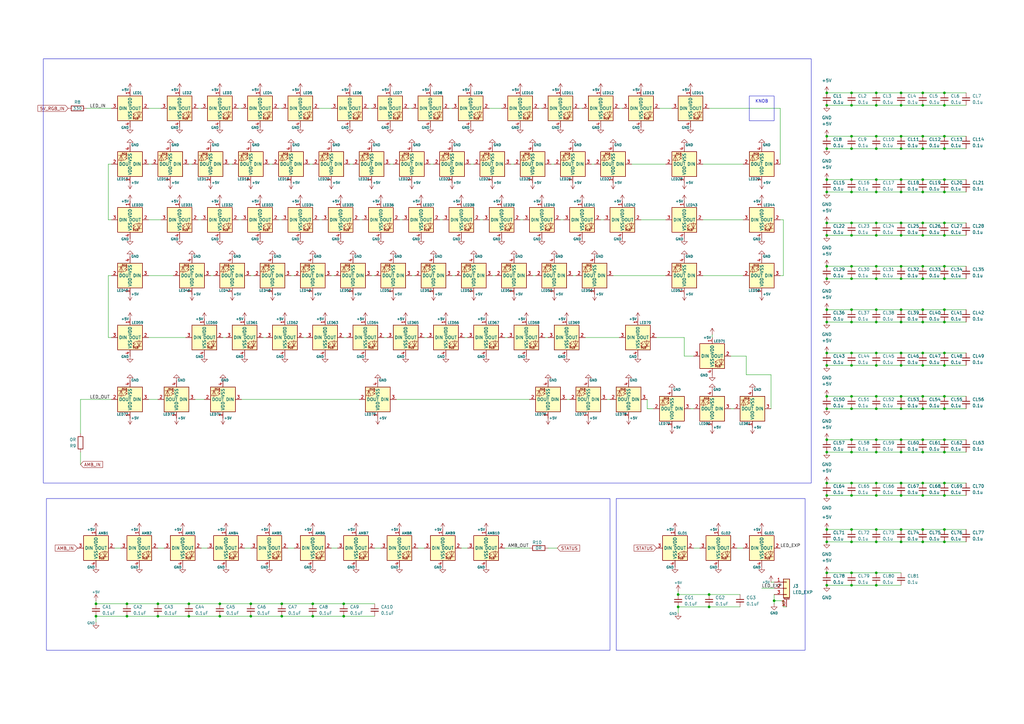
<source format=kicad_sch>
(kicad_sch (version 20250114) (generator "eeschema") (generator_version "9.0")
  (paper "A3")
  (rectangle (start 17.78 24.13) (end 332.74 198.12))
  (rectangle (start 307.34 39.37) (end 317.5 49.53))
  (rectangle (start 19.05 204.47) (end 250.19 266.7))
  (rectangle (start 252.73 204.47) (end 330.2 266.7))
  (text "KNOB" (at 312.42 41.656 0) (effects (font (size 1.27 1.27))))
  (junction (at 77.47 247.65))
  (junction (at 349.25 127))
  (junction (at 349.25 203.2))
  (junction (at 349.25 198.12))
  (junction (at 339.09 180.34))
  (junction (at 369.57 180.34))
  (junction (at 278.13 248.92))
  (junction (at 339.09 43.18))
  (junction (at 378.46 162.56))
  (junction (at 387.35 180.34))
  (junction (at 359.41 222.25))
  (junction (at 349.25 55.88))
  (junction (at 378.46 38.1))
  (junction (at 64.77 247.65))
  (junction (at 339.09 109.22))
  (junction (at 339.09 198.12))
  (junction (at 140.97 252.73))
  (junction (at 378.46 167.64))
  (junction (at 378.46 132.08))
  (junction (at 339.09 234.95))
  (junction (at 349.25 114.3))
  (junction (at 369.57 78.74))
  (junction (at 349.25 91.44))
  (junction (at 359.41 149.86))
  (junction (at 339.09 60.96))
  (junction (at 387.35 127))
  (junction (at 349.25 78.74))
  (junction (at 359.41 91.44))
  (junction (at 369.57 167.64))
  (junction (at 64.77 252.73))
  (junction (at 349.25 73.66))
  (junction (at 140.97 247.65))
  (junction (at 387.35 43.18))
  (junction (at 39.37 252.73))
  (junction (at 378.46 222.25))
  (junction (at 387.35 217.17))
  (junction (at 349.25 167.64))
  (junction (at 359.41 96.52))
  (junction (at 369.57 222.25))
  (junction (at 359.41 217.17))
  (junction (at 387.35 38.1))
  (junction (at 77.47 252.73))
  (junction (at 369.57 96.52))
  (junction (at 90.17 247.65))
  (junction (at 349.25 185.42))
  (junction (at 369.57 132.08))
  (junction (at 359.41 234.95))
  (junction (at 359.41 55.88))
  (junction (at 387.35 55.88))
  (junction (at 387.35 73.66))
  (junction (at 378.46 198.12))
  (junction (at 278.13 243.84))
  (junction (at 369.57 185.42))
  (junction (at 387.35 60.96))
  (junction (at 349.25 234.95))
  (junction (at 369.57 73.66))
  (junction (at 369.57 38.1))
  (junction (at 387.35 203.2))
  (junction (at 387.35 109.22))
  (junction (at 378.46 203.2))
  (junction (at 387.35 185.42))
  (junction (at 339.09 132.08))
  (junction (at 378.46 96.52))
  (junction (at 378.46 144.78))
  (junction (at 369.57 203.2))
  (junction (at 339.09 55.88))
  (junction (at 369.57 144.78))
  (junction (at 359.41 132.08))
  (junction (at 378.46 217.17))
  (junction (at 378.46 149.86))
  (junction (at 349.25 180.34))
  (junction (at 339.09 96.52))
  (junction (at 378.46 55.88))
  (junction (at 378.46 60.96))
  (junction (at 359.41 185.42))
  (junction (at 387.35 96.52))
  (junction (at 387.35 149.86))
  (junction (at 378.46 78.74))
  (junction (at 349.25 43.18))
  (junction (at 349.25 240.03))
  (junction (at 369.57 91.44))
  (junction (at 339.09 144.78))
  (junction (at 339.09 149.86))
  (junction (at 349.25 144.78))
  (junction (at 369.57 127))
  (junction (at 369.57 149.86))
  (junction (at 378.46 180.34))
  (junction (at 378.46 185.42))
  (junction (at 349.25 96.52))
  (junction (at 115.57 247.65))
  (junction (at 369.57 43.18))
  (junction (at 339.09 78.74))
  (junction (at 359.41 73.66))
  (junction (at 378.46 43.18))
  (junction (at 387.35 91.44))
  (junction (at 387.35 167.64))
  (junction (at 290.83 243.84))
  (junction (at 369.57 60.96))
  (junction (at 378.46 73.66))
  (junction (at 369.57 55.88))
  (junction (at 339.09 91.44))
  (junction (at 387.35 114.3))
  (junction (at 369.57 162.56))
  (junction (at 349.25 38.1))
  (junction (at 378.46 127))
  (junction (at 339.09 217.17))
  (junction (at 359.41 43.18))
  (junction (at 349.25 132.08))
  (junction (at 359.41 203.2))
  (junction (at 369.57 198.12))
  (junction (at 52.07 252.73))
  (junction (at 52.07 247.65))
  (junction (at 378.46 109.22))
  (junction (at 339.09 185.42))
  (junction (at 359.41 180.34))
  (junction (at 359.41 162.56))
  (junction (at 387.35 162.56))
  (junction (at 339.09 203.2))
  (junction (at 359.41 240.03))
  (junction (at 102.87 247.65))
  (junction (at 359.41 114.3))
  (junction (at 339.09 73.66))
  (junction (at 349.25 60.96))
  (junction (at 359.41 60.96))
  (junction (at 339.09 162.56))
  (junction (at 359.41 144.78))
  (junction (at 387.35 144.78))
  (junction (at 339.09 38.1))
  (junction (at 387.35 198.12))
  (junction (at 359.41 78.74))
  (junction (at 387.35 222.25))
  (junction (at 349.25 222.25))
  (junction (at 128.27 247.65))
  (junction (at 369.57 109.22))
  (junction (at 102.87 252.73))
  (junction (at 349.25 149.86))
  (junction (at 339.09 222.25))
  (junction (at 339.09 114.3))
  (junction (at 359.41 167.64))
  (junction (at 90.17 252.73))
  (junction (at 128.27 252.73))
  (junction (at 387.35 132.08))
  (junction (at 290.83 248.92))
  (junction (at 359.41 109.22))
  (junction (at 387.35 78.74))
  (junction (at 339.09 167.64))
  (junction (at 369.57 114.3))
  (junction (at 378.46 91.44))
  (junction (at 359.41 127))
  (junction (at 378.46 114.3))
  (junction (at 317.5 246.38))
  (junction (at 39.37 247.65))
  (junction (at 339.09 127))
  (junction (at 349.25 162.56))
  (junction (at 349.25 217.17))
  (junction (at 115.57 252.73))
  (junction (at 339.09 240.03))
  (junction (at 349.25 109.22))
  (junction (at 369.57 217.17))
  (junction (at 359.41 198.12))
  (junction (at 359.41 38.1))
  (wire (pts (xy 208.28 138.43) (xy 207.01 138.43)))
  (wire (pts (xy 81.28 44.45) (xy 82.55 44.45)))
  (wire (pts (xy 306.07 146.05) (xy 306.07 153.67)))
  (wire (pts (xy 90.17 247.65) (xy 102.87 247.65)))
  (wire (pts (xy 251.46 113.03) (xy 273.05 113.03)))
  (wire (pts (xy 369.57 222.25) (xy 378.46 222.25)))
  (wire (pts (xy 292.1 138.43) (xy 292.1 137.16)))
  (wire (pts (xy 378.46 91.44) (xy 387.35 91.44)))
  (wire (pts (xy 44.45 90.17) (xy 45.72 90.17)))
  (wire (pts (xy 153.67 224.79) (xy 156.21 224.79)))
  (wire (pts (xy 100.33 224.79) (xy 102.87 224.79)))
  (wire (pts (xy 349.25 234.95) (xy 359.41 234.95)))
  (wire (pts (xy 64.77 252.73) (xy 77.47 252.73)))
  (wire (pts (xy 369.57 162.56) (xy 378.46 162.56)))
  (wire (pts (xy 349.25 55.88) (xy 359.41 55.88)))
  (wire (pts (xy 200.66 44.45) (xy 205.74 44.45)))
  (wire (pts (xy 299.72 146.05) (xy 306.07 146.05)))
  (wire (pts (xy 359.41 198.12) (xy 369.57 198.12)))
  (wire (pts (xy 102.87 247.65) (xy 115.57 247.65)))
  (wire (pts (xy 349.25 162.56) (xy 359.41 162.56)))
  (wire (pts (xy 140.97 247.65) (xy 153.67 247.65)))
  (wire (pts (xy 316.23 238.76) (xy 317.5 238.76)))
  (wire (pts (xy 359.41 127) (xy 369.57 127)))
  (wire (pts (xy 278.13 248.92) (xy 278.13 251.46)))
  (wire (pts (xy 369.57 198.12) (xy 378.46 198.12)))
  (wire (pts (xy 339.09 43.18) (xy 349.25 43.18)))
  (wire (pts (xy 278.13 243.84) (xy 290.83 243.84)))
  (wire (pts (xy 387.35 60.96) (xy 396.24 60.96)))
  (wire (pts (xy 191.77 138.43) (xy 190.5 138.43)))
  (wire (pts (xy 33.02 185.42) (xy 33.02 190.5)))
  (wire (pts (xy 278.13 242.57) (xy 278.13 243.84)))
  (wire (pts (xy 387.35 55.88) (xy 396.24 55.88)))
  (wire (pts (xy 378.46 38.1) (xy 387.35 38.1)))
  (wire (pts (xy 378.46 149.86) (xy 387.35 149.86)))
  (wire (pts (xy 387.35 222.25) (xy 396.24 222.25)))
  (wire (pts (xy 321.31 90.17) (xy 321.31 113.03)))
  (wire (pts (xy 97.79 90.17) (xy 99.06 90.17)))
  (wire (pts (xy 114.3 90.17) (xy 115.57 90.17)))
  (wire (pts (xy 369.57 96.52) (xy 378.46 96.52)))
  (wire (pts (xy 288.29 113.03) (xy 304.8 113.03)))
  (wire (pts (xy 339.09 234.95) (xy 349.25 234.95)))
  (wire (pts (xy 387.35 78.74) (xy 396.24 78.74)))
  (wire (pts (xy 46.99 224.79) (xy 49.53 224.79)))
  (wire (pts (xy 320.04 44.45) (xy 320.04 67.31)))
  (wire (pts (xy 359.41 167.64) (xy 369.57 167.64)))
  (wire (pts (xy 387.35 167.64) (xy 396.24 167.64)))
  (wire (pts (xy 60.96 44.45) (xy 66.04 44.45)))
  (wire (pts (xy 387.35 132.08) (xy 396.24 132.08)))
  (wire (pts (xy 35.56 44.45) (xy 45.72 44.45)))
  (wire (pts (xy 128.27 252.73) (xy 140.97 252.73)))
  (wire (pts (xy 201.93 113.03) (xy 203.2 113.03)))
  (wire (pts (xy 317.5 246.38) (xy 317.5 247.65)))
  (wire (pts (xy 52.07 247.65) (xy 64.77 247.65)))
  (wire (pts (xy 322.58 248.92) (xy 321.31 248.92)))
  (wire (pts (xy 312.42 241.3) (xy 317.5 241.3)))
  (wire (pts (xy 369.57 73.66) (xy 378.46 73.66)))
  (wire (pts (xy 39.37 247.65) (xy 52.07 247.65)))
  (wire (pts (xy 349.25 180.34) (xy 359.41 180.34)))
  (wire (pts (xy 339.09 203.2) (xy 349.25 203.2)))
  (wire (pts (xy 280.67 138.43) (xy 280.67 146.05)))
  (wire (pts (xy 387.35 144.78) (xy 396.24 144.78)))
  (wire (pts (xy 359.41 109.22) (xy 369.57 109.22)))
  (wire (pts (xy 52.07 252.73) (xy 64.77 252.73)))
  (wire (pts (xy 130.81 90.17) (xy 132.08 90.17)))
  (wire (pts (xy 359.41 234.95) (xy 369.57 234.95)))
  (wire (pts (xy 378.46 217.17) (xy 387.35 217.17)))
  (wire (pts (xy 265.43 167.64) (xy 267.97 167.64)))
  (wire (pts (xy 339.09 167.64) (xy 349.25 167.64)))
  (wire (pts (xy 387.35 96.52) (xy 396.24 96.52)))
  (wire (pts (xy 349.25 149.86) (xy 359.41 149.86)))
  (wire (pts (xy 320.04 90.17) (xy 321.31 90.17)))
  (wire (pts (xy 339.09 114.3) (xy 349.25 114.3)))
  (wire (pts (xy 339.09 91.44) (xy 349.25 91.44)))
  (wire (pts (xy 64.77 224.79) (xy 67.31 224.79)))
  (wire (pts (xy 369.57 127) (xy 378.46 127)))
  (wire (pts (xy 378.46 114.3) (xy 387.35 114.3)))
  (wire (pts (xy 60.96 90.17) (xy 66.04 90.17)))
  (wire (pts (xy 39.37 252.73) (xy 39.37 255.27)))
  (wire (pts (xy 175.26 138.43) (xy 173.99 138.43)))
  (wire (pts (xy 283.21 167.64) (xy 284.48 167.64)))
  (wire (pts (xy 349.25 198.12) (xy 359.41 198.12)))
  (wire (pts (xy 248.92 163.83) (xy 250.19 163.83)))
  (wire (pts (xy 81.28 90.17) (xy 82.55 90.17)))
  (wire (pts (xy 102.87 113.03) (xy 104.14 113.03)))
  (wire (pts (xy 115.57 252.73) (xy 128.27 252.73)))
  (wire (pts (xy 378.46 167.64) (xy 387.35 167.64)))
  (wire (pts (xy 92.71 138.43) (xy 91.44 138.43)))
  (wire (pts (xy 349.25 132.08) (xy 359.41 132.08)))
  (wire (pts (xy 265.43 163.83) (xy 265.43 167.64)))
  (wire (pts (xy 194.31 67.31) (xy 193.04 67.31)))
  (wire (pts (xy 378.46 127) (xy 387.35 127)))
  (wire (pts (xy 167.64 44.45) (xy 168.91 44.45)))
  (wire (pts (xy 302.26 224.79) (xy 304.8 224.79)))
  (wire (pts (xy 387.35 109.22) (xy 396.24 109.22)))
  (wire (pts (xy 387.35 73.66) (xy 396.24 73.66)))
  (wire (pts (xy 339.09 144.78) (xy 349.25 144.78)))
  (wire (pts (xy 86.36 113.03) (xy 87.63 113.03)))
  (wire (pts (xy 339.09 240.03) (xy 349.25 240.03)))
  (wire (pts (xy 369.57 109.22) (xy 378.46 109.22)))
  (wire (pts (xy 171.45 224.79) (xy 173.99 224.79)))
  (wire (pts (xy 349.25 222.25) (xy 359.41 222.25)))
  (wire (pts (xy 378.46 198.12) (xy 387.35 198.12)))
  (wire (pts (xy 339.09 109.22) (xy 349.25 109.22)))
  (wire (pts (xy 317.5 243.84) (xy 317.5 246.38)))
  (wire (pts (xy 227.33 67.31) (xy 226.06 67.31)))
  (wire (pts (xy 339.09 180.34) (xy 349.25 180.34)))
  (wire (pts (xy 369.57 60.96) (xy 378.46 60.96)))
  (wire (pts (xy 299.72 167.64) (xy 300.99 167.64)))
  (wire (pts (xy 359.41 96.52) (xy 369.57 96.52)))
  (wire (pts (xy 369.57 217.17) (xy 378.46 217.17)))
  (wire (pts (xy 378.46 222.25) (xy 387.35 222.25)))
  (wire (pts (xy 213.36 90.17) (xy 214.63 90.17)))
  (wire (pts (xy 369.57 55.88) (xy 378.46 55.88)))
  (wire (pts (xy 339.09 149.86) (xy 349.25 149.86)))
  (wire (pts (xy 359.41 185.42) (xy 369.57 185.42)))
  (wire (pts (xy 109.22 138.43) (xy 107.95 138.43)))
  (wire (pts (xy 387.35 114.3) (xy 396.24 114.3)))
  (wire (pts (xy 359.41 60.96) (xy 369.57 60.96)))
  (wire (pts (xy 77.47 252.73) (xy 90.17 252.73)))
  (wire (pts (xy 97.79 44.45) (xy 99.06 44.45)))
  (wire (pts (xy 339.09 60.96) (xy 349.25 60.96)))
  (wire (pts (xy 162.56 163.83) (xy 217.17 163.83)))
  (wire (pts (xy 321.31 246.38) (xy 317.5 246.38)))
  (wire (pts (xy 44.45 113.03) (xy 44.45 138.43)))
  (wire (pts (xy 378.46 73.66) (xy 387.35 73.66)))
  (wire (pts (xy 254 44.45) (xy 255.27 44.45)))
  (wire (pts (xy 224.79 138.43) (xy 223.52 138.43)))
  (wire (pts (xy 316.23 153.67) (xy 316.23 167.64)))
  (wire (pts (xy 147.32 90.17) (xy 148.59 90.17)))
  (wire (pts (xy 130.81 44.45) (xy 135.89 44.45)))
  (wire (pts (xy 339.09 222.25) (xy 349.25 222.25)))
  (wire (pts (xy 161.29 67.31) (xy 160.02 67.31)))
  (wire (pts (xy 349.25 109.22) (xy 359.41 109.22)))
  (wire (pts (xy 369.57 144.78) (xy 378.46 144.78)))
  (wire (pts (xy 33.02 163.83) (xy 45.72 163.83)))
  (wire (pts (xy 210.82 67.31) (xy 209.55 67.31)))
  (wire (pts (xy 288.29 90.17) (xy 304.8 90.17)))
  (wire (pts (xy 378.46 96.52) (xy 387.35 96.52)))
  (wire (pts (xy 349.25 127) (xy 359.41 127)))
  (wire (pts (xy 349.25 167.64) (xy 359.41 167.64)))
  (wire (pts (xy 33.02 163.83) (xy 33.02 177.8)))
  (wire (pts (xy 99.06 163.83) (xy 147.32 163.83)))
  (wire (pts (xy 288.29 67.31) (xy 304.8 67.31)))
  (wire (pts (xy 232.41 163.83) (xy 233.68 163.83)))
  (wire (pts (xy 270.51 44.45) (xy 275.59 44.45)))
  (wire (pts (xy 349.25 114.3) (xy 359.41 114.3)))
  (wire (pts (xy 234.95 113.03) (xy 236.22 113.03)))
  (wire (pts (xy 135.89 224.79) (xy 138.43 224.79)))
  (wire (pts (xy 349.25 38.1) (xy 359.41 38.1)))
  (wire (pts (xy 144.78 67.31) (xy 143.51 67.31)))
  (wire (pts (xy 387.35 43.18) (xy 396.24 43.18)))
  (wire (pts (xy 184.15 44.45) (xy 185.42 44.45)))
  (wire (pts (xy 77.47 247.65) (xy 90.17 247.65)))
  (wire (pts (xy 387.35 217.17) (xy 396.24 217.17)))
  (wire (pts (xy 180.34 90.17) (xy 181.61 90.17)))
  (wire (pts (xy 339.09 217.17) (xy 349.25 217.17)))
  (wire (pts (xy 369.57 132.08) (xy 378.46 132.08)))
  (wire (pts (xy 339.09 198.12) (xy 349.25 198.12)))
  (wire (pts (xy 339.09 162.56) (xy 349.25 162.56)))
  (wire (pts (xy 378.46 185.42) (xy 387.35 185.42)))
  (wire (pts (xy 158.75 138.43) (xy 157.48 138.43)))
  (wire (pts (xy 369.57 43.18) (xy 378.46 43.18)))
  (wire (pts (xy 369.57 185.42) (xy 378.46 185.42)))
  (wire (pts (xy 125.73 138.43) (xy 124.46 138.43)))
  (wire (pts (xy 246.38 90.17) (xy 247.65 90.17)))
  (wire (pts (xy 39.37 246.38) (xy 39.37 247.65)))
  (wire (pts (xy 349.25 217.17) (xy 359.41 217.17)))
  (wire (pts (xy 339.09 55.88) (xy 349.25 55.88)))
  (wire (pts (xy 339.09 132.08) (xy 349.25 132.08)))
  (wire (pts (xy 196.85 90.17) (xy 198.12 90.17)))
  (wire (pts (xy 321.31 113.03) (xy 320.04 113.03)))
  (wire (pts (xy 128.27 67.31) (xy 127 67.31)))
  (wire (pts (xy 90.17 252.73) (xy 102.87 252.73)))
  (wire (pts (xy 62.23 67.31) (xy 60.96 67.31)))
  (wire (pts (xy 290.83 44.45) (xy 320.04 44.45)))
  (wire (pts (xy 207.01 224.79) (xy 217.17 224.79)))
  (wire (pts (xy 359.41 38.1) (xy 369.57 38.1)))
  (wire (pts (xy 359.41 43.18) (xy 369.57 43.18)))
  (wire (pts (xy 163.83 90.17) (xy 165.1 90.17)))
  (wire (pts (xy 115.57 247.65) (xy 128.27 247.65)))
  (wire (pts (xy 152.4 113.03) (xy 153.67 113.03)))
  (wire (pts (xy 359.41 78.74) (xy 369.57 78.74)))
  (wire (pts (xy 60.96 163.83) (xy 64.77 163.83)))
  (wire (pts (xy 359.41 217.17) (xy 369.57 217.17)))
  (wire (pts (xy 369.57 180.34) (xy 378.46 180.34)))
  (wire (pts (xy 102.87 252.73) (xy 115.57 252.73)))
  (wire (pts (xy 95.25 67.31) (xy 93.98 67.31)))
  (wire (pts (xy 369.57 167.64) (xy 378.46 167.64)))
  (wire (pts (xy 349.25 203.2) (xy 359.41 203.2)))
  (wire (pts (xy 369.57 149.86) (xy 378.46 149.86)))
  (wire (pts (xy 387.35 162.56) (xy 396.24 162.56)))
  (wire (pts (xy 280.67 146.05) (xy 284.48 146.05)))
  (wire (pts (xy 359.41 55.88) (xy 369.57 55.88)))
  (wire (pts (xy 359.41 114.3) (xy 369.57 114.3)))
  (wire (pts (xy 349.25 185.42) (xy 359.41 185.42)))
  (wire (pts (xy 359.41 222.25) (xy 369.57 222.25)))
  (wire (pts (xy 44.45 138.43) (xy 45.72 138.43)))
  (wire (pts (xy 378.46 180.34) (xy 387.35 180.34)))
  (wire (pts (xy 168.91 113.03) (xy 170.18 113.03)))
  (wire (pts (xy 118.11 224.79) (xy 120.65 224.79)))
  (wire (pts (xy 306.07 153.67) (xy 316.23 153.67)))
  (wire (pts (xy 142.24 138.43) (xy 140.97 138.43)))
  (wire (pts (xy 378.46 43.18) (xy 387.35 43.18)))
  (wire (pts (xy 273.05 67.31) (xy 259.08 67.31)))
  (wire (pts (xy 349.25 78.74) (xy 359.41 78.74)))
  (wire (pts (xy 339.09 127) (xy 349.25 127)))
  (wire (pts (xy 262.89 90.17) (xy 273.05 90.17)))
  (wire (pts (xy 224.79 224.79) (xy 228.6 224.79)))
  (wire (pts (xy 378.46 203.2) (xy 387.35 203.2)))
  (wire (pts (xy 78.74 67.31) (xy 77.47 67.31)))
  (wire (pts (xy 387.35 203.2) (xy 396.24 203.2)))
  (wire (pts (xy 387.35 38.1) (xy 396.24 38.1)))
  (wire (pts (xy 111.76 67.31) (xy 110.49 67.31)))
  (wire (pts (xy 378.46 162.56) (xy 387.35 162.56)))
  (wire (pts (xy 378.46 55.88) (xy 387.35 55.88)))
  (wire (pts (xy 269.24 138.43) (xy 280.67 138.43)))
  (wire (pts (xy 387.35 149.86) (xy 396.24 149.86)))
  (wire (pts (xy 359.41 73.66) (xy 369.57 73.66)))
  (wire (pts (xy 243.84 67.31) (xy 242.57 67.31)))
  (wire (pts (xy 359.41 91.44) (xy 369.57 91.44)))
  (wire (pts (xy 349.25 240.03) (xy 359.41 240.03)))
  (wire (pts (xy 378.46 109.22) (xy 387.35 109.22)))
  (wire (pts (xy 44.45 67.31) (xy 44.45 90.17)))
  (wire (pts (xy 359.41 149.86) (xy 369.57 149.86)))
  (wire (pts (xy 177.8 67.31) (xy 176.53 67.31)))
  (wire (pts (xy 119.38 113.03) (xy 120.65 113.03)))
  (wire (pts (xy 135.89 113.03) (xy 137.16 113.03)))
  (wire (pts (xy 378.46 78.74) (xy 387.35 78.74)))
  (wire (pts (xy 378.46 132.08) (xy 387.35 132.08)))
  (wire (pts (xy 349.25 144.78) (xy 359.41 144.78)))
  (wire (pts (xy 82.55 224.79) (xy 85.09 224.79)))
  (wire (pts (xy 44.45 113.03) (xy 45.72 113.03)))
  (wire (pts (xy 387.35 180.34) (xy 396.24 180.34)))
  (wire (pts (xy 359.41 240.03) (xy 369.57 240.03)))
  (wire (pts (xy 321.31 248.92) (xy 321.31 246.38)))
  (wire (pts (xy 339.09 96.52) (xy 349.25 96.52)))
  (wire (pts (xy 76.2 138.43) (xy 60.96 138.43)))
  (wire (pts (xy 359.41 132.08) (xy 369.57 132.08)))
  (wire (pts (xy 369.57 114.3) (xy 378.46 114.3)))
  (wire (pts (xy 349.25 96.52) (xy 359.41 96.52)))
  (wire (pts (xy 359.41 162.56) (xy 369.57 162.56)))
  (wire (pts (xy 387.35 91.44) (xy 396.24 91.44)))
  (wire (pts (xy 151.13 44.45) (xy 152.4 44.45)))
  (wire (pts (xy 378.46 60.96) (xy 387.35 60.96)))
  (wire (pts (xy 278.13 248.92) (xy 290.83 248.92)))
  (wire (pts (xy 229.87 90.17) (xy 231.14 90.17)))
  (wire (pts (xy 220.98 44.45) (xy 222.25 44.45)))
  (wire (pts (xy 114.3 44.45) (xy 115.57 44.45)))
  (wire (pts (xy 369.57 38.1) (xy 378.46 38.1)))
  (wire (pts (xy 339.09 73.66) (xy 349.25 73.66)))
  (wire (pts (xy 80.01 163.83) (xy 83.82 163.83)))
  (wire (pts (xy 349.25 91.44) (xy 359.41 91.44)))
  (wire (pts (xy 254 138.43) (xy 240.03 138.43)))
  (wire (pts (xy 387.35 127) (xy 396.24 127)))
  (wire (pts (xy 39.37 252.73) (xy 52.07 252.73)))
  (wire (pts (xy 140.97 252.73) (xy 153.67 252.73)))
  (wire (pts (xy 359.41 180.34) (xy 369.57 180.34)))
  (wire (pts (xy 369.57 91.44) (xy 378.46 91.44)))
  (wire (pts (xy 359.41 144.78) (xy 369.57 144.78)))
  (wire (pts (xy 359.41 203.2) (xy 369.57 203.2)))
  (wire (pts (xy 60.96 113.03) (xy 71.12 113.03)))
  (wire (pts (xy 290.83 243.84) (xy 303.53 243.84)))
  (wire (pts (xy 189.23 224.79) (xy 191.77 224.79)))
  (wire (pts (xy 339.09 38.1) (xy 349.25 38.1)))
  (wire (pts (xy 185.42 113.03) (xy 186.69 113.03)))
  (wire (pts (xy 237.49 44.45) (xy 238.76 44.45)))
  (wire (pts (xy 45.72 67.31) (xy 44.45 67.31)))
  (wire (pts (xy 128.27 247.65) (xy 140.97 247.65)))
  (wire (pts (xy 64.77 247.65) (xy 77.47 247.65)))
  (wire (pts (xy 290.83 248.92) (xy 303.53 248.92)))
  (wire (pts (xy 339.09 78.74) (xy 349.25 78.74)))
  (wire (pts (xy 378.46 144.78) (xy 387.35 144.78)))
  (wire (pts (xy 387.35 198.12) (xy 396.24 198.12)))
  (wire (pts (xy 349.25 43.18) (xy 359.41 43.18)))
  (wire (pts (xy 349.25 73.66) (xy 359.41 73.66)))
  (wire (pts (xy 339.09 185.42) (xy 349.25 185.42)))
  (wire (pts (xy 284.48 224.79) (xy 287.02 224.79)))
  (wire (pts (xy 369.57 78.74) (xy 378.46 78.74)))
  (wire (pts (xy 349.25 60.96) (xy 359.41 60.96)))
  (wire (pts (xy 369.57 203.2) (xy 378.46 203.2)))
  (wire (pts (xy 218.44 113.03) (xy 219.71 113.03)))
  (wire (pts (xy 387.35 185.42) (xy 396.24 185.42)))
  (label "LED_EXP" (at 312.42 241.3 0))
  (label "AMB_OUT" (at 208.28 224.79 0))
  (label "LED_OUT" (at 36.83 163.83 0))
  (label "LED_IN" (at 36.83 44.45 0))
  (label "LED_EXP" (at 320.04 224.79 0))
  (global_label "5V_RGB_IN" (shape input) (at 27.94 44.45 180) (property "Intersheetrefs" "${INTERSHEET_REFS}" (effects (hide yes))))
  (global_label "STATUS" (shape input) (at 228.6 224.79 0) (property "Intersheetrefs" "${INTERSHEET_REFS}" (effects (hide yes))))
  (global_label "AMB_IN" (shape input) (at 31.75 224.79 180) (property "Intersheetrefs" "${INTERSHEET_REFS}" (effects (hide yes))))
  (global_label "AMB_IN" (shape input) (at 33.02 190.5 0) (property "Intersheetrefs" "${INTERSHEET_REFS}" (effects (hide yes))))
  (global_label "STATUS" (shape input) (at 269.24 224.79 180) (property "Intersheetrefs" "${INTERSHEET_REFS}" (effects (hide yes))))
  (symbol (lib_id "power:+5V") (at 74.93 217.17 0) (unit 1)
    (property "Reference" "#PWR0401" (effects (hide yes)))
    (property "Value" "+5V" (at 72.898 217.17 0) (effects (font (size 1 1))))
    (property "Description" "Power symbol creates a global label with name \"+5V\"" (effects (hide yes)))
  )
  (symbol (lib_id "power:+5V") (at 189.23 82.55 0) (unit 1)
    (property "Reference" "#PWR0102" (effects (hide yes)))
    (property "Value" "+5V" (at 187.198 82.55 0) (effects (font (size 1 1))))
    (property "Description" "Power symbol creates a global label with name \"+5V\"" (effects (hide yes)))
  )
  (symbol (lib_id "Device:C_Small") (at 369.57 219.71 0) (unit 1)
    (property "Reference" "CL74" (at 372.11 218.4462 0) (effects (justify left)))
    (property "Value" "0.1u" (at 372.11 220.9862 0) (effects (justify left)))
    (property "Footprint" "Capacitor_SMD:C_0603_1608Metric_Pad1.08x0.95mm_HandSolder" (effects (hide yes)))
    (property "Description" "Unpolarized capacitor, small symbol" (effects (hide yes)))
  )
  (symbol (lib_id "power:+5V") (at 261.62 130.81 0) (unit 1)
    (property "Reference" "#PWR0170" (effects (hide yes)))
    (property "Value" "+5V" (at 259.588 130.81 0) (effects (font (size 1 1))))
    (property "Description" "Power symbol creates a global label with name \"+5V\"" (effects (hide yes)))
  )
  (symbol (lib_id "power:+5V") (at 339.09 162.56 0) (unit 1)
    (property "Reference" "#PWR0204" (effects (hide yes)))
    (property "Value" "+5V" (at 339.09 157.48 0))
    (property "Description" "Power symbol creates a global label with name \"+5V\"" (effects (hide yes)))
  )
  (symbol (lib_id "PCM_marbastlib-various:SK6812MINI-E") (at 152.4 67.31 180) (unit 1)
    (property "Reference" "LED21" (at 149.352 73.406 0) (effects (font (size 1 1))))
    (property "Value" "SK6812" (effects (hide yes)))
    (property "Footprint" "PCM_marbastlib-various:LED_6028R" (effects (hide yes)))
    (property "Description" "Reverse mount adressable LED (WS2812 protocol)" (effects (hide yes)))
  )
  (symbol (lib_id "Device:C_Small") (at 369.57 40.64 0) (unit 1)
    (property "Reference" "CL4" (at 372.11 39.3762 0) (effects (justify left)))
    (property "Value" "0.1u" (at 372.11 41.9162 0) (effects (justify left)))
    (property "Footprint" "Capacitor_SMD:C_0603_1608Metric_Pad1.08x0.95mm_HandSolder" (effects (hide yes)))
    (property "Description" "Unpolarized capacitor, small symbol" (effects (hide yes)))
  )
  (symbol (lib_id "PCM_marbastlib-various:SK6812MINI-E") (at 194.31 113.03 180) (unit 1)
    (property "Reference" "LED53" (at 191.262 119.126 0) (effects (font (size 1 1))))
    (property "Value" "SK6812" (effects (hide yes)))
    (property "Footprint" "PCM_marbastlib-various:LED_6028R" (effects (hide yes)))
    (property "Description" "Reverse mount adressable LED (WS2812 protocol)" (effects (hide yes)))
  )
  (symbol (lib_id "PCM_marbastlib-various:SK6812MINI-E") (at 224.79 163.83 180) (unit 1)
    (property "Reference" "LED76" (at 221.742 169.926 0) (effects (font (size 1 1))))
    (property "Value" "SK6812" (effects (hide yes)))
    (property "Footprint" "PCM_marbastlib-various:LED_6028R" (effects (hide yes)))
    (property "Description" "Reverse mount adressable LED (WS2812 protocol)" (effects (hide yes)))
  )
  (symbol (lib_id "power:+5V") (at 278.13 242.57 0) (unit 1)
    (property "Reference" "#PWR0443" (effects (hide yes)))
    (property "Value" "+5V" (at 278.13 239.014 0) (effects (font (size 1 1))))
    (property "Description" "Power symbol creates a global label with name \"+5V\"" (effects (hide yes)))
  )
  (symbol (lib_id "power:GND") (at 181.61 232.41 0) (unit 1)
    (property "Reference" "#PWR0419" (effects (hide yes)))
    (property "Value" "GND" (at 179.578 232.664 0) (effects (font (size 1 1))))
    (property "Description" "Power symbol creates a global label with name \"GND\" , ground" (effects (hide yes)))
  )
  (symbol (lib_id "Device:C_Small") (at 369.57 200.66 0) (unit 1)
    (property "Reference" "CL67" (at 372.11 199.3962 0) (effects (justify left)))
    (property "Value" "0.1u" (at 372.11 201.9362 0) (effects (justify left)))
    (property "Footprint" "Capacitor_SMD:C_0603_1608Metric_Pad1.08x0.95mm_HandSolder" (effects (hide yes)))
    (property "Description" "Unpolarized capacitor, small symbol" (effects (hide yes)))
  )
  (symbol (lib_id "PCM_marbastlib-various:SK6812MINI-E") (at 128.27 113.03 180) (unit 1)
    (property "Reference" "LED49" (at 125.222 119.126 0) (effects (font (size 1 1))))
    (property "Value" "SK6812" (effects (hide yes)))
    (property "Footprint" "PCM_marbastlib-various:LED_6028R" (effects (hide yes)))
    (property "Description" "Reverse mount adressable LED (WS2812 protocol)" (effects (hide yes)))
  )
  (symbol (lib_id "PCM_marbastlib-various:SK6812MINI-E") (at 280.67 90.17 0) (unit 1)
    (property "Reference" "LED43" (at 283.718 84.074 0) (effects (font (size 1 1))))
    (property "Value" "SK6812" (effects (hide yes)))
    (property "Footprint" "PCM_marbastlib-various:LED_6028R" (effects (hide yes)))
    (property "Description" "Reverse mount adressable LED (WS2812 protocol)" (effects (hide yes)))
  )
  (symbol (lib_id "power:GND") (at 255.27 97.79 0) (unit 1)
    (property "Reference" "#PWR0125" (effects (hide yes)))
    (property "Value" "GND" (at 253.238 98.044 0) (effects (font (size 1 1))))
    (property "Description" "Power symbol creates a global label with name \"GND\" , ground" (effects (hide yes)))
  )
  (symbol (lib_id "power:+5V") (at 227.33 120.65 180) (unit 1)
    (property "Reference" "#PWR0154" (effects (hide yes)))
    (property "Value" "+5V" (at 229.362 120.65 0) (effects (font (size 1 1))))
    (property "Description" "Power symbol creates a global label with name \"+5V\"" (effects (hide yes)))
  )
  (symbol (lib_id "power:GND") (at 278.13 251.46 0) (unit 1)
    (property "Reference" "#PWR0444" (effects (hide yes)))
    (property "Value" "GND" (at 276.098 251.714 0) (effects (font (size 1 1))))
    (property "Description" "Power symbol creates a global label with name \"GND\" , ground" (effects (hide yes)))
  )
  (symbol (lib_id "PCM_marbastlib-various:SK6812MINI-E") (at 243.84 113.03 180) (unit 1)
    (property "Reference" "LED56" (at 240.792 119.126 0) (effects (font (size 1 1))))
    (property "Value" "SK6812" (effects (hide yes)))
    (property "Footprint" "PCM_marbastlib-various:LED_6028R" (effects (hide yes)))
    (property "Description" "Reverse mount adressable LED (WS2812 protocol)" (effects (hide yes)))
  )
  (symbol (lib_id "power:GND") (at 312.42 97.79 0) (unit 1)
    (property "Reference" "#PWR0127" (effects (hide yes)))
    (property "Value" "GND" (at 310.388 98.044 0) (effects (font (size 1 1))))
    (property "Description" "Power symbol creates a global label with name \"GND\" , ground" (effects (hide yes)))
  )
  (symbol (lib_id "PCM_marbastlib-various:SK6812MINI-E") (at 312.42 67.31 180) (unit 1)
    (property "Reference" "LED29" (at 309.372 73.406 0) (effects (font (size 1 1))))
    (property "Value" "SK6812" (effects (hide yes)))
    (property "Footprint" "PCM_marbastlib-various:LED_6028R" (effects (hide yes)))
    (property "Description" "Reverse mount adressable LED (WS2812 protocol)" (effects (hide yes)))
  )
  (symbol (lib_id "Device:R") (at 220.98 224.79 90) (unit 1)
    (property "Reference" "R10" (at 222.25 222.504 90) (effects (justify left)))
    (property "Value" "0R" (at 222.25 224.79 90) (effects (justify left)))
    (property "Footprint" "Resistor_SMD:R_0603_1608Metric_Pad0.98x0.95mm_HandSolder" (effects (hide yes)))
    (property "Description" "Resistor" (effects (hide yes)))
  )
  (symbol (lib_id "Device:C_Small") (at 339.09 40.64 0) (unit 1)
    (property "Reference" "CL1" (at 341.63 39.3762 0) (effects (justify left)))
    (property "Value" "0.1u" (at 341.63 41.9162 0) (effects (justify left)))
    (property "Footprint" "Capacitor_SMD:C_0603_1608Metric_Pad1.08x0.95mm_HandSolder" (effects (hide yes)))
    (property "Description" "Unpolarized capacitor, small symbol" (effects (hide yes)))
  )
  (symbol (lib_id "PCM_marbastlib-various:SK6812MINI-E") (at 185.42 67.31 180) (unit 1)
    (property "Reference" "LED23" (at 182.372 73.406 0) (effects (font (size 1 1))))
    (property "Value" "SK6812" (effects (hide yes)))
    (property "Footprint" "PCM_marbastlib-various:LED_6028R" (effects (hide yes)))
    (property "Description" "Reverse mount adressable LED (WS2812 protocol)" (effects (hide yes)))
  )
  (symbol (lib_id "power:GND") (at 156.21 97.79 0) (unit 1)
    (property "Reference" "#PWR0117" (effects (hide yes)))
    (property "Value" "GND" (at 154.178 98.044 0) (effects (font (size 1 1))))
    (property "Description" "Power symbol creates a global label with name \"GND\" , ground" (effects (hide yes)))
  )
  (symbol (lib_id "power:+5V") (at 308.61 175.26 180) (unit 1)
    (property "Reference" "#PWR0215" (effects (hide yes)))
    (property "Value" "+5V" (at 310.642 175.26 0) (effects (font (size 1 1))))
    (property "Description" "Power symbol creates a global label with name \"+5V\"" (effects (hide yes)))
  )
  (symbol (lib_id "power:+5V") (at 339.09 91.44 0) (unit 1)
    (property "Reference" "#PWR0109" (effects (hide yes)))
    (property "Value" "+5V" (at 339.09 86.36 0))
    (property "Description" "Power symbol creates a global label with name \"+5V\"" (effects (hide yes)))
  )
  (symbol (lib_id "Device:C_Small") (at 290.83 246.38 0) (unit 1)
    (property "Reference" "CG2" (at 293.37 245.1162 0) (effects (justify left)))
    (property "Value" "0.1uF" (at 293.37 247.6562 0) (effects (justify left)))
    (property "Footprint" "Capacitor_SMD:C_0402_1005Metric_Pad0.74x0.62mm_HandSolder" (effects (hide yes)))
    (property "Description" "Unpolarized capacitor, small symbol" (effects (hide yes)))
  )
  (symbol (lib_id "power:GND") (at 168.91 59.69 180) (unit 1)
    (property "Reference" "#PWR068" (effects (hide yes)))
    (property "Value" "GND" (at 170.942 59.436 0) (effects (font (size 1 1))))
    (property "Description" "Power symbol creates a global label with name \"GND\" , ground" (effects (hide yes)))
  )
  (symbol (lib_id "power:+5V") (at 83.82 130.81 0) (unit 1)
    (property "Reference" "#PWR0160" (effects (hide yes)))
    (property "Value" "+5V" (at 81.788 130.81 0) (effects (font (size 1 1))))
    (property "Description" "Power symbol creates a global label with name \"+5V\"" (effects (hide yes)))
  )
  (symbol (lib_id "power:+5V") (at 312.42 74.93 180) (unit 1)
    (property "Reference" "#PWR092" (effects (hide yes)))
    (property "Value" "+5V" (at 314.452 74.93 0) (effects (font (size 1 1))))
    (property "Description" "Power symbol creates a global label with name \"+5V\"" (effects (hide yes)))
  )
  (symbol (lib_id "power:+5V") (at 102.87 74.93 180) (unit 1)
    (property "Reference" "#PWR081" (effects (hide yes)))
    (property "Value" "+5V" (at 104.902 74.93 0) (effects (font (size 1 1))))
    (property "Description" "Power symbol creates a global label with name \"+5V\"" (effects (hide yes)))
  )
  (symbol (lib_id "power:+5V") (at 91.44 171.45 180) (unit 1)
    (property "Reference" "#PWR0208" (effects (hide yes)))
    (property "Value" "+5V" (at 93.472 171.45 0) (effects (font (size 1 1))))
    (property "Description" "Power symbol creates a global label with name \"+5V\"" (effects (hide yes)))
  )
  (symbol (lib_id "Device:C_Small") (at 387.35 93.98 0) (unit 1)
    (property "Reference" "CL27" (at 389.89 92.7162 0) (effects (justify left)))
    (property "Value" "0.1u" (at 389.89 95.2562 0) (effects (justify left)))
    (property "Footprint" "Capacitor_SMD:C_0603_1608Metric_Pad1.08x0.95mm_HandSolder" (effects (hide yes)))
    (property "Description" "Unpolarized capacitor, small symbol" (effects (hide yes)))
  )
  (symbol (lib_id "power:+5V") (at 139.7 82.55 0) (unit 1)
    (property "Reference" "#PWR099" (effects (hide yes)))
    (property "Value" "+5V" (at 137.668 82.55 0) (effects (font (size 1 1))))
    (property "Description" "Power symbol creates a global label with name \"+5V\"" (effects (hide yes)))
  )
  (symbol (lib_id "Device:C_Small") (at 378.46 93.98 0) (unit 1)
    (property "Reference" "CL26" (at 381 92.7162 0) (effects (justify left)))
    (property "Value" "0.1u" (at 381 95.2562 0) (effects (justify left)))
    (property "Footprint" "Capacitor_SMD:C_0603_1608Metric_Pad1.08x0.95mm_HandSolder" (effects (hide yes)))
    (property "Description" "Unpolarized capacitor, small symbol" (effects (hide yes)))
  )
  (symbol (lib_id "power:+5V") (at 232.41 130.81 0) (unit 1)
    (property "Reference" "#PWR0169" (effects (hide yes)))
    (property "Value" "+5V" (at 230.378 130.81 0) (effects (font (size 1 1))))
    (property "Description" "Power symbol creates a global label with name \"+5V\"" (effects (hide yes)))
  )
  (symbol (lib_id "power:GND") (at 229.87 52.07 0) (unit 1)
    (property "Reference" "#PWR056" (effects (hide yes)))
    (property "Value" "GND" (at 227.838 52.324 0) (effects (font (size 1 1))))
    (property "Description" "Power symbol creates a global label with name \"GND\" , ground" (effects (hide yes)))
  )
  (symbol (lib_id "PCM_marbastlib-various:SK6812MINI-E") (at 218.44 67.31 180) (unit 1)
    (property "Reference" "LED25" (at 215.392 73.406 0) (effects (font (size 1 1))))
    (property "Value" "SK6812" (effects (hide yes)))
    (property "Footprint" "PCM_marbastlib-various:LED_6028R" (effects (hide yes)))
    (property "Description" "Reverse mount adressable LED (WS2812 protocol)" (effects (hide yes)))
  )
  (symbol (lib_id "power:GND") (at 339.09 185.42 0) (unit 1)
    (property "Reference" "#PWR0217" (effects (hide yes)))
    (property "Value" "GND" (at 339.09 190.5 0))
    (property "Description" "Power symbol creates a global label with name \"GND\" , ground" (effects (hide yes)))
  )
  (symbol (lib_id "Connector_Generic_MountingPin:Conn_01x03_MountingPin") (at 322.58 241.3 0) (unit 1)
    (property "Reference" "J3" (at 325.12 240.3855 0) (effects (justify left)))
    (property "Value" "LED_EXP" (at 325.12 242.9255 0) (effects (justify left)))
    (property "Footprint" "Connector_JST:JST_GH_SM03B-GHS-TB_1x03-1MP_P1.25mm_Horizontal" (effects (hide yes)))
    (property "Description" "Generic connectable mounting pin connector, single row, 01x03, script generated (kicad-library-utils/schlib/autogen/connector/)" (effects (hide yes)))
    (property "Specifications" "HEADER 1x3 MALE PINS 0.100” 180deg" (effects (hide yes)))
    (property "Manufacturer" "TAD" (effects (hide yes)))
    (property "Part Number" "1-0301FBV0T" (effects (hide yes)))
  )
  (symbol (lib_id "power:+5V") (at 257.81 171.45 180) (unit 1)
    (property "Reference" "#PWR0212" (effects (hide yes)))
    (property "Value" "+5V" (at 259.842 171.45 0) (effects (font (size 1 1))))
    (property "Description" "Power symbol creates a global label with name \"+5V\"" (effects (hide yes)))
  )
  (symbol (lib_id "power:GND") (at 135.89 59.69 180) (unit 1)
    (property "Reference" "#PWR066" (effects (hide yes)))
    (property "Value" "GND" (at 137.922 59.436 0) (effects (font (size 1 1))))
    (property "Description" "Power symbol creates a global label with name \"GND\" , ground" (effects (hide yes)))
  )
  (symbol (lib_id "power:GND") (at 189.23 97.79 0) (unit 1)
    (property "Reference" "#PWR0119" (effects (hide yes)))
    (property "Value" "GND" (at 187.198 98.044 0) (effects (font (size 1 1))))
    (property "Description" "Power symbol creates a global label with name \"GND\" , ground" (effects (hide yes)))
  )
  (symbol (lib_id "Device:C_Small") (at 140.97 250.19 0) (unit 1)
    (property "Reference" "CA9" (at 143.51 248.9262 0) (effects (justify left)))
    (property "Value" "0.1uF" (at 143.51 251.4662 0) (effects (justify left)))
    (property "Footprint" "Capacitor_SMD:C_0402_1005Metric_Pad0.74x0.62mm_HandSolder" (effects (hide yes)))
    (property "Description" "Unpolarized capacitor, small symbol" (effects (hide yes)))
  )
  (symbol (lib_id "power:GND") (at 339.09 132.08 0) (unit 1)
    (property "Reference" "#PWR0171" (effects (hide yes)))
    (property "Value" "GND" (at 339.09 137.16 0))
    (property "Description" "Power symbol creates a global label with name \"GND\" , ground" (effects (hide yes)))
  )
  (symbol (lib_id "Device:C_Small") (at 396.24 165.1 0) (unit 1)
    (property "Reference" "CL56" (at 398.78 163.8362 0) (effects (justify left)))
    (property "Value" "0.1u" (at 398.78 166.3762 0) (effects (justify left)))
    (property "Footprint" "Capacitor_SMD:C_0603_1608Metric_Pad1.08x0.95mm_HandSolder" (effects (hide yes)))
    (property "Description" "Unpolarized capacitor, small symbol" (effects (hide yes)))
  )
  (symbol (lib_id "PCM_marbastlib-various:SK6812MINI-E") (at 255.27 90.17 0) (unit 1)
    (property "Reference" "LED42" (at 258.318 84.074 0) (effects (font (size 1 1))))
    (property "Value" "SK6812" (effects (hide yes)))
    (property "Footprint" "PCM_marbastlib-various:LED_6028R" (effects (hide yes)))
    (property "Description" "Reverse mount adressable LED (WS2812 protocol)" (effects (hide yes)))
  )
  (symbol (lib_id "power:GND") (at 91.44 156.21 180) (unit 1)
    (property "Reference" "#PWR0196" (effects (hide yes)))
    (property "Value" "GND" (at 92.202 155.956 0) (effects (font (size 1 1))))
    (property "Description" "Power symbol creates a global label with name \"GND\" , ground" (effects (hide yes)))
  )
  (symbol (lib_id "power:+5V") (at 238.76 82.55 0) (unit 1)
    (property "Reference" "#PWR0105" (effects (hide yes)))
    (property "Value" "+5V" (at 236.728 82.55 0) (effects (font (size 1 1))))
    (property "Description" "Power symbol creates a global label with name \"+5V\"" (effects (hide yes)))
  )
  (symbol (lib_id "Device:C_Small") (at 378.46 40.64 0) (unit 1)
    (property "Reference" "CL5" (at 381 39.3762 0) (effects (justify left)))
    (property "Value" "0.1u" (at 381 41.9162 0) (effects (justify left)))
    (property "Footprint" "Capacitor_SMD:C_0603_1608Metric_Pad1.08x0.95mm_HandSolder" (effects (hide yes)))
    (property "Description" "Unpolarized capacitor, small symbol" (effects (hide yes)))
  )
  (symbol (lib_id "power:+5V") (at 166.37 130.81 0) (unit 1)
    (property "Reference" "#PWR0165" (effects (hide yes)))
    (property "Value" "+5V" (at 164.338 130.81 0) (effects (font (size 1 1))))
    (property "Description" "Power symbol creates a global label with name \"+5V\"" (effects (hide yes)))
  )
  (symbol (lib_id "Device:C_Small") (at 359.41 76.2 0) (unit 1)
    (property "Reference" "CL17" (at 361.95 74.9362 0) (effects (justify left)))
    (property "Value" "0.1u" (at 361.95 77.4762 0) (effects (justify left)))
    (property "Footprint" "Capacitor_SMD:C_0603_1608Metric_Pad1.08x0.95mm_HandSolder" (effects (hide yes)))
    (property "Description" "Unpolarized capacitor, small symbol" (effects (hide yes)))
  )
  (symbol (lib_id "power:+5V") (at 283.21 36.83 0) (unit 1)
    (property "Reference" "#PWR043" (effects (hide yes)))
    (property "Value" "+5V" (at 281.178 36.83 0) (effects (font (size 1 1))))
    (property "Description" "Power symbol creates a global label with name \"+5V\"" (effects (hide yes)))
  )
  (symbol (lib_id "power:GND") (at 339.09 114.3 0) (unit 1)
    (property "Reference" "#PWR0143" (effects (hide yes)))
    (property "Value" "GND" (at 339.09 119.38 0))
    (property "Description" "Power symbol creates a global label with name \"GND\" , ground" (effects (hide yes)))
  )
  (symbol (lib_id "power:+5V") (at 276.86 217.17 0) (unit 1)
    (property "Reference" "#PWR0437" (effects (hide yes)))
    (property "Value" "+5V" (at 274.828 217.17 0) (effects (font (size 1 1))))
    (property "Description" "Power symbol creates a global label with name \"+5V\"" (effects (hide yes)))
  )
  (symbol (lib_id "Device:C_Small") (at 387.35 76.2 0) (unit 1)
    (property "Reference" "CL20" (at 389.89 74.9362 0) (effects (justify left)))
    (property "Value" "0.1u" (at 389.89 77.4762 0) (effects (justify left)))
    (property "Footprint" "Capacitor_SMD:C_0603_1608Metric_Pad1.08x0.95mm_HandSolder" (effects (hide yes)))
    (property "Description" "Unpolarized capacitor, small symbol" (effects (hide yes)))
  )
  (symbol (lib_id "power:+5V") (at 69.85 74.93 180) (unit 1)
    (property "Reference" "#PWR079" (effects (hide yes)))
    (property "Value" "+5V" (at 71.882 74.93 0) (effects (font (size 1 1))))
    (property "Description" "Power symbol creates a global label with name \"+5V\"" (effects (hide yes)))
  )
  (symbol (lib_id "Device:C_Small") (at 378.46 182.88 0) (unit 1)
    (property "Reference" "CL61" (at 381 181.6162 0) (effects (justify left)))
    (property "Value" "0.1u" (at 381 184.1562 0) (effects (justify left)))
    (property "Footprint" "Capacitor_SMD:C_0603_1608Metric_Pad1.08x0.95mm_HandSolder" (effects (hide yes)))
    (property "Description" "Unpolarized capacitor, small symbol" (effects (hide yes)))
  )
  (symbol (lib_id "power:GND") (at 201.93 59.69 180) (unit 1)
    (property "Reference" "#PWR070" (effects (hide yes)))
    (property "Value" "GND" (at 203.962 59.436 0) (effects (font (size 1 1))))
    (property "Description" "Power symbol creates a global label with name \"GND\" , ground" (effects (hide yes)))
  )
  (symbol (lib_id "Device:C_Small") (at 378.46 111.76 0) (unit 1)
    (property "Reference" "CL33" (at 381 110.4962 0) (effects (justify left)))
    (property "Value" "0.1u" (at 381 113.0362 0) (effects (justify left)))
    (property "Footprint" "Capacitor_SMD:C_0603_1608Metric_Pad1.08x0.95mm_HandSolder" (effects (hide yes)))
    (property "Description" "Unpolarized capacitor, small symbol" (effects (hide yes)))
  )
  (symbol (lib_id "power:+5V") (at 53.34 130.81 0) (unit 1)
    (property "Reference" "#PWR0159" (effects (hide yes)))
    (property "Value" "+5V" (at 51.308 130.81 0) (effects (font (size 1 1))))
    (property "Description" "Power symbol creates a global label with name \"+5V\"" (effects (hide yes)))
  )
  (symbol (lib_id "power:+5V") (at 53.34 82.55 0) (unit 1)
    (property "Reference" "#PWR094" (effects (hide yes)))
    (property "Value" "+5V" (at 51.308 82.55 0) (effects (font (size 1 1))))
    (property "Description" "Power symbol creates a global label with name \"+5V\"" (effects (hide yes)))
  )
  (symbol (lib_id "PCM_marbastlib-various:SK6812MINI-E") (at 189.23 90.17 0) (unit 1)
    (property "Reference" "LED38" (at 192.278 84.074 0) (effects (font (size 1 1))))
    (property "Value" "SK6812" (effects (hide yes)))
    (property "Footprint" "PCM_marbastlib-various:LED_6028R" (effects (hide yes)))
    (property "Description" "Reverse mount adressable LED (WS2812 protocol)" (effects (hide yes)))
  )
  (symbol (lib_id "Device:C_Small") (at 359.41 129.54 0) (unit 1)
    (property "Reference" "CL38" (at 361.95 128.2762 0) (effects (justify left)))
    (property "Value" "0.1u" (at 361.95 130.8162 0) (effects (justify left)))
    (property "Footprint" "Capacitor_SMD:C_0603_1608Metric_Pad1.08x0.95mm_HandSolder" (effects (hide yes)))
    (property "Description" "Unpolarized capacitor, small symbol" (effects (hide yes)))
  )
  (symbol (lib_id "power:+5V") (at 241.3 171.45 180) (unit 1)
    (property "Reference" "#PWR0211" (effects (hide yes)))
    (property "Value" "+5V" (at 243.332 171.45 0) (effects (font (size 1 1))))
    (property "Description" "Power symbol creates a global label with name \"+5V\"" (effects (hide yes)))
  )
  (symbol (lib_id "power:GND") (at 53.34 97.79 0) (unit 1)
    (property "Reference" "#PWR0111" (effects (hide yes)))
    (property "Value" "GND" (at 51.308 98.044 0) (effects (font (size 1 1))))
    (property "Description" "Power symbol creates a global label with name \"GND\" , ground" (effects (hide yes)))
  )
  (symbol (lib_id "PCM_marbastlib-various:SK6812MINI-E") (at 222.25 90.17 0) (unit 1)
    (property "Reference" "LED40" (at 225.298 84.074 0) (effects (font (size 1 1))))
    (property "Value" "SK6812" (effects (hide yes)))
    (property "Footprint" "PCM_marbastlib-various:LED_6028R" (effects (hide yes)))
    (property "Description" "Reverse mount adressable LED (WS2812 protocol)" (effects (hide yes)))
  )
  (symbol (lib_id "power:+5V") (at 339.09 217.17 0) (unit 1)
    (property "Reference" "#PWR0398" (effects (hide yes)))
    (property "Value" "+5V" (at 339.09 212.09 0))
    (property "Description" "Power symbol creates a global label with name \"+5V\"" (effects (hide yes)))
  )
  (symbol (lib_id "PCM_marbastlib-various:SK6812MINI-E") (at 53.34 44.45 0) (unit 1)
    (property "Reference" "LED1" (at 56.388 38.1 0) (effects (font (size 1 1))))
    (property "Value" "SK6812" (effects (hide yes)))
    (property "Footprint" "PCM_marbastlib-various:LED_6028R" (effects (hide yes)))
    (property "Description" "Reverse mount adressable LED (WS2812 protocol)" (effects (hide yes)))
  )
  (symbol (lib_id "power:+5V") (at 119.38 74.93 180) (unit 1)
    (property "Reference" "#PWR082" (effects (hide yes)))
    (property "Value" "+5V" (at 121.412 74.93 0) (effects (font (size 1 1))))
    (property "Description" "Power symbol creates a global label with name \"+5V\"" (effects (hide yes)))
  )
  (symbol (lib_id "power:GND") (at 78.74 105.41 180) (unit 1)
    (property "Reference" "#PWR0129" (effects (hide yes)))
    (property "Value" "GND" (at 80.772 105.156 0) (effects (font (size 1 1))))
    (property "Description" "Power symbol creates a global label with name \"GND\" , ground" (effects (hide yes)))
  )
  (symbol (lib_id "power:GND") (at 146.05 232.41 0) (unit 1)
    (property "Reference" "#PWR0417" (effects (hide yes)))
    (property "Value" "GND" (at 144.018 232.664 0) (effects (font (size 1 1))))
    (property "Description" "Power symbol creates a global label with name \"GND\" , ground" (effects (hide yes)))
  )
  (symbol (lib_id "PCM_marbastlib-various:SK6812MINI-E") (at 149.86 138.43 0) (unit 1)
    (property "Reference" "LED64" (at 152.908 132.334 0) (effects (font (size 1 1))))
    (property "Value" "SK6812" (effects (hide yes)))
    (property "Footprint" "PCM_marbastlib-various:LED_6028R" (effects (hide yes)))
    (property "Description" "Reverse mount adressable LED (WS2812 protocol)" (effects (hide yes)))
  )
  (symbol (lib_id "power:GND") (at 144.78 105.41 180) (unit 1)
    (property "Reference" "#PWR0133" (effects (hide yes)))
    (property "Value" "GND" (at 146.812 105.156 0) (effects (font (size 1 1))))
    (property "Description" "Power symbol creates a global label with name \"GND\" , ground" (effects (hide yes)))
  )
  (symbol (lib_id "power:+5V") (at 160.02 36.83 0) (unit 1)
    (property "Reference" "#PWR036" (effects (hide yes)))
    (property "Value" "+5V" (at 157.988 36.83 0) (effects (font (size 1 1))))
    (property "Description" "Power symbol creates a global label with name \"+5V\"" (effects (hide yes)))
  )
  (symbol (lib_id "PCM_marbastlib-various:SK6812MINI-E") (at 232.41 138.43 0) (unit 1)
    (property "Reference" "LED69" (at 235.458 132.334 0) (effects (font (size 1 1))))
    (property "Value" "SK6812" (effects (hide yes)))
    (property "Footprint" "PCM_marbastlib-various:LED_6028R" (effects (hide yes)))
    (property "Description" "Reverse mount adressable LED (WS2812 protocol)" (effects (hide yes)))
  )
  (symbol (lib_id "power:GND") (at 106.68 52.07 0) (unit 1)
    (property "Reference" "#PWR049" (effects (hide yes)))
    (property "Value" "GND" (at 104.648 52.324 0) (effects (font (size 1 1))))
    (property "Description" "Power symbol creates a global label with name \"GND\" , ground" (effects (hide yes)))
  )
  (symbol (lib_id "Device:C_Small") (at 349.25 200.66 0) (unit 1)
    (property "Reference" "CL65" (at 351.79 199.3962 0) (effects (justify left)))
    (property "Value" "0.1u" (at 351.79 201.9362 0) (effects (justify left)))
    (property "Footprint" "Capacitor_SMD:C_0603_1608Metric_Pad1.08x0.95mm_HandSolder" (effects (hide yes)))
    (property "Description" "Unpolarized capacitor, small symbol" (effects (hide yes)))
  )
  (symbol (lib_id "Device:C_Small") (at 387.35 182.88 0) (unit 1)
    (property "Reference" "CL62" (at 389.89 181.6162 0) (effects (justify left)))
    (property "Value" "0.1u" (at 389.89 184.1562 0) (effects (justify left)))
    (property "Footprint" "Capacitor_SMD:C_0603_1608Metric_Pad1.08x0.95mm_HandSolder" (effects (hide yes)))
    (property "Description" "Unpolarized capacitor, small symbol" (effects (hide yes)))
  )
  (symbol (lib_id "power:GND") (at 215.9 146.05 0) (unit 1)
    (property "Reference" "#PWR0189" (effects (hide yes)))
    (property "Value" "GND" (at 213.868 146.304 0) (effects (font (size 1 1))))
    (property "Description" "Power symbol creates a global label with name \"GND\" , ground" (effects (hide yes)))
  )
  (symbol (lib_id "PCM_marbastlib-various:SK6812MINI-E") (at 257.81 163.83 180) (unit 1)
    (property "Reference" "LED78" (at 254.762 169.926 0) (effects (font (size 1 1))))
    (property "Value" "SK6812" (effects (hide yes)))
    (property "Footprint" "PCM_marbastlib-various:LED_6028R" (effects (hide yes)))
    (property "Description" "Reverse mount adressable LED (WS2812 protocol)" (effects (hide yes)))
  )
  (symbol (lib_id "power:+5V") (at 106.68 36.83 0) (unit 1)
    (property "Reference" "#PWR033" (effects (hide yes)))
    (property "Value" "+5V" (at 104.648 36.83 0) (effects (font (size 1 1))))
    (property "Description" "Power symbol creates a global label with name \"+5V\"" (effects (hide yes)))
  )
  (symbol (lib_id "power:GND") (at 53.34 146.05 0) (unit 1)
    (property "Reference" "#PWR0176" (effects (hide yes)))
    (property "Value" "GND" (at 51.308 146.304 0) (effects (font (size 1 1))))
    (property "Description" "Power symbol creates a global label with name \"GND\" , ground" (effects (hide yes)))
  )
  (symbol (lib_id "Device:C_Small") (at 387.35 147.32 0) (unit 1)
    (property "Reference" "CL48" (at 389.89 146.0562 0) (effects (justify left)))
    (property "Value" "0.1u" (at 389.89 148.5962 0) (effects (justify left)))
    (property "Footprint" "Capacitor_SMD:C_0603_1608Metric_Pad1.08x0.95mm_HandSolder" (effects (hide yes)))
    (property "Description" "Unpolarized capacitor, small symbol" (effects (hide yes)))
  )
  (symbol (lib_id "power:+5V") (at 215.9 130.81 0) (unit 1)
    (property "Reference" "#PWR0168" (effects (hide yes)))
    (property "Value" "+5V" (at 213.868 130.81 0) (effects (font (size 1 1))))
    (property "Description" "Power symbol creates a global label with name \"+5V\"" (effects (hide yes)))
  )
  (symbol (lib_id "Device:C_Small") (at 396.24 129.54 0) (unit 1)
    (property "Reference" "CL42" (at 398.78 128.2762 0) (effects (justify left)))
    (property "Value" "0.1u" (at 398.78 130.8162 0) (effects (justify left)))
    (property "Footprint" "Capacitor_SMD:C_0603_1608Metric_Pad1.08x0.95mm_HandSolder" (effects (hide yes)))
    (property "Description" "Unpolarized capacitor, small symbol" (effects (hide yes)))
  )
  (symbol (lib_id "power:GND") (at 149.86 146.05 0) (unit 1)
    (property "Reference" "#PWR0181" (effects (hide yes)))
    (property "Value" "GND" (at 147.828 146.304 0) (effects (font (size 1 1))))
    (property "Description" "Power symbol creates a global label with name \"GND\" , ground" (effects (hide yes)))
  )
  (symbol (lib_id "power:+5V") (at 182.88 130.81 0) (unit 1)
    (property "Reference" "#PWR0166" (effects (hide yes)))
    (property "Value" "+5V" (at 180.848 130.81 0) (effects (font (size 1 1))))
    (property "Description" "Power symbol creates a global label with name \"+5V\"" (effects (hide yes)))
  )
  (symbol (lib_id "Device:C_Small") (at 339.09 93.98 0) (unit 1)
    (property "Reference" "CL22" (at 341.63 92.7162 0) (effects (justify left)))
    (property "Value" "0.1u" (at 341.63 95.2562 0) (effects (justify left)))
    (property "Footprint" "Capacitor_SMD:C_0603_1608Metric_Pad1.08x0.95mm_HandSolder" (effects (hide yes)))
    (property "Description" "Unpolarized capacitor, small symbol" (effects (hide yes)))
  )
  (symbol (lib_id "power:GND") (at 241.3 156.21 180) (unit 1)
    (property "Reference" "#PWR0199" (effects (hide yes)))
    (property "Value" "GND" (at 243.332 155.956 0) (effects (font (size 1 1))))
    (property "Description" "Power symbol creates a global label with name \"GND\" , ground" (effects (hide yes)))
  )
  (symbol (lib_id "power:+5V") (at 133.35 130.81 0) (unit 1)
    (property "Reference" "#PWR0163" (effects (hide yes)))
    (property "Value" "+5V" (at 131.318 130.81 0) (effects (font (size 1 1))))
    (property "Description" "Power symbol creates a global label with name \"+5V\"" (effects (hide yes)))
  )
  (symbol (lib_id "power:+5V") (at 168.91 74.93 180) (unit 1)
    (property "Reference" "#PWR085" (effects (hide yes)))
    (property "Value" "+5V" (at 170.942 74.93 0) (effects (font (size 1 1))))
    (property "Description" "Power symbol creates a global label with name \"+5V\"" (effects (hide yes)))
  )
  (symbol (lib_id "PCM_marbastlib-various:SK6812MINI-E") (at 172.72 90.17 0) (unit 1)
    (property "Reference" "LED37" (at 175.768 84.074 0) (effects (font (size 1 1))))
    (property "Value" "SK6812" (effects (hide yes)))
    (property "Footprint" "PCM_marbastlib-various:LED_6028R" (effects (hide yes)))
    (property "Description" "Reverse mount adressable LED (WS2812 protocol)" (effects (hide yes)))
  )
  (symbol (lib_id "power:+5V") (at 78.74 120.65 180) (unit 1)
    (property "Reference" "#PWR0145" (effects (hide yes)))
    (property "Value" "+5V" (at 80.772 120.65 0) (effects (font (size 1 1))))
    (property "Description" "Power symbol creates a global label with name \"+5V\"" (effects (hide yes)))
  )
  (symbol (lib_id "Device:C_Small") (at 396.24 200.66 0) (unit 1)
    (property "Reference" "CL70" (at 398.78 199.3962 0) (effects (justify left)))
    (property "Value" "0.1u" (at 398.78 201.9362 0) (effects (justify left)))
    (property "Footprint" "Capacitor_SMD:C_0603_1608Metric_Pad1.08x0.95mm_HandSolder" (effects (hide yes)))
    (property "Description" "Unpolarized capacitor, small symbol" (effects (hide yes)))
  )
  (symbol (lib_id "PCM_marbastlib-various:SK6812MINI-E") (at 139.7 90.17 0) (unit 1)
    (property "Reference" "LED35" (at 142.748 84.074 0) (effects (font (size 1 1))))
    (property "Value" "SK6812" (effects (hide yes)))
    (property "Footprint" "PCM_marbastlib-various:LED_6028R" (effects (hide yes)))
    (property "Description" "Reverse mount adressable LED (WS2812 protocol)" (effects (hide yes)))
  )
  (symbol (lib_id "power:+5V") (at 95.25 120.65 180) (unit 1)
    (property "Reference" "#PWR0146" (effects (hide yes)))
    (property "Value" "+5V" (at 97.282 120.65 0) (effects (font (size 1 1))))
    (property "Description" "Power symbol creates a global label with name \"+5V\"" (effects (hide yes)))
  )
  (symbol (lib_id "PCM_marbastlib-various:SK6812MINI-E") (at 182.88 138.43 0) (unit 1)
    (property "Reference" "LED66" (at 185.928 132.334 0) (effects (font (size 1 1))))
    (property "Value" "SK6812" (effects (hide yes)))
    (property "Footprint" "PCM_marbastlib-various:LED_6028R" (effects (hide yes)))
    (property "Description" "Reverse mount adressable LED (WS2812 protocol)" (effects (hide yes)))
  )
  (symbol (lib_id "power:GND") (at 176.53 52.07 0) (unit 1)
    (property "Reference" "#PWR053" (effects (hide yes)))
    (property "Value" "GND" (at 174.498 52.324 0) (effects (font (size 1 1))))
    (property "Description" "Power symbol creates a global label with name \"GND\" , ground" (effects (hide yes)))
  )
  (symbol (lib_id "power:GND") (at 339.09 240.03 0) (unit 1)
    (property "Reference" "#PWR0421" (effects (hide yes)))
    (property "Value" "GND" (at 339.09 245.11 0))
    (property "Description" "Power symbol creates a global label with name \"GND\" , ground" (effects (hide yes)))
  )
  (symbol (lib_id "power:+5V") (at 312.42 82.55 0) (unit 1)
    (property "Reference" "#PWR0108" (effects (hide yes)))
    (property "Value" "+5V" (at 310.388 82.55 0) (effects (font (size 1 1))))
    (property "Description" "Power symbol creates a global label with name \"+5V\"" (effects (hide yes)))
  )
  (symbol (lib_id "power:+5V") (at 57.15 217.17 0) (unit 1)
    (property "Reference" "#PWR0400" (effects (hide yes)))
    (property "Value" "+5V" (at 55.118 217.17 0) (effects (font (size 1 1))))
    (property "Description" "Power symbol creates a global label with name \"+5V\"" (effects (hide yes)))
  )
  (symbol (lib_id "power:GND") (at 53.34 59.69 180) (unit 1)
    (property "Reference" "#PWR061" (effects (hide yes)))
    (property "Value" "GND" (at 55.372 59.436 0) (effects (font (size 1 1))))
    (property "Description" "Power symbol creates a global label with name \"GND\" , ground" (effects (hide yes)))
  )
  (symbol (lib_id "Device:C_Small") (at 359.41 93.98 0) (unit 1)
    (property "Reference" "CL24" (at 361.95 92.7162 0) (effects (justify left)))
    (property "Value" "0.1u" (at 361.95 95.2562 0) (effects (justify left)))
    (property "Footprint" "Capacitor_SMD:C_0603_1608Metric_Pad1.08x0.95mm_HandSolder" (effects (hide yes)))
    (property "Description" "Unpolarized capacitor, small symbol" (effects (hide yes)))
  )
  (symbol (lib_id "power:GND") (at 53.34 105.41 180) (unit 1)
    (property "Reference" "#PWR0128" (effects (hide yes)))
    (property "Value" "GND" (at 55.372 105.156 0) (effects (font (size 1 1))))
    (property "Description" "Power symbol creates a global label with name \"GND\" , ground" (effects (hide yes)))
  )
  (symbol (lib_id "power:+5V") (at 39.37 217.17 0) (unit 1)
    (property "Reference" "#PWR0399" (effects (hide yes)))
    (property "Value" "+5V" (at 37.338 217.17 0) (effects (font (size 1 1))))
    (property "Description" "Power symbol creates a global label with name \"+5V\"" (effects (hide yes)))
  )
  (symbol (lib_id "power:+5V") (at 339.09 198.12 0) (unit 1)
    (property "Reference" "#PWR0218" (effects (hide yes)))
    (property "Value" "+5V" (at 339.09 193.04 0))
    (property "Description" "Power symbol creates a global label with name \"+5V\"" (effects (hide yes)))
  )
  (symbol (lib_id "PCM_marbastlib-various:SK6812MINI-E") (at 199.39 224.79 0) (unit 1)
    (property "Reference" "AMB10" (at 202.438 218.694 0) (effects (font (size 1 1))))
    (property "Value" "SK6812" (effects (hide yes)))
    (property "Footprint" "PCM_marbastlib-various:LED_6028R" (effects (hide yes)))
    (property "Description" "Reverse mount adressable LED (WS2812 protocol)" (effects (hide yes)))
  )
  (symbol (lib_id "Device:C_Small") (at 90.17 250.19 0) (unit 1)
    (property "Reference" "CA5" (at 92.71 248.9262 0) (effects (justify left)))
    (property "Value" "0.1uF" (at 92.71 251.4662 0) (effects (justify left)))
    (property "Footprint" "Capacitor_SMD:C_0402_1005Metric_Pad0.74x0.62mm_HandSolder" (effects (hide yes)))
    (property "Description" "Unpolarized capacitor, small symbol" (effects (hide yes)))
  )
  (symbol (lib_id "Device:C_Small") (at 278.13 246.38 0) (unit 1)
    (property "Reference" "CG1" (at 280.67 245.1162 0) (effects (justify left)))
    (property "Value" "0.1uF" (at 280.67 247.6562 0) (effects (justify left)))
    (property "Footprint" "Capacitor_SMD:C_0402_1005Metric_Pad0.74x0.62mm_HandSolder" (effects (hide yes)))
    (property "Description" "Unpolarized capacitor, small symbol" (effects (hide yes)))
  )
  (symbol (lib_id "power:+5V") (at 116.84 130.81 0) (unit 1)
    (property "Reference" "#PWR0162" (effects (hide yes)))
    (property "Value" "+5V" (at 114.808 130.81 0) (effects (font (size 1 1))))
    (property "Description" "Power symbol creates a global label with name \"+5V\"" (effects (hide yes)))
  )
  (symbol (lib_id "power:GND") (at 163.83 232.41 0) (unit 1)
    (property "Reference" "#PWR0418" (effects (hide yes)))
    (property "Value" "GND" (at 161.798 232.664 0) (effects (font (size 1 1))))
    (property "Description" "Power symbol creates a global label with name \"GND\" , ground" (effects (hide yes)))
  )
  (symbol (lib_id "power:+5V") (at 72.39 171.45 180) (unit 1)
    (property "Reference" "#PWR0207" (effects (hide yes)))
    (property "Value" "+5V" (at 74.422 171.45 0) (effects (font (size 1 1))))
    (property "Description" "Power symbol creates a global label with name \"+5V\"" (effects (hide yes)))
  )
  (symbol (lib_id "power:GND") (at 39.37 232.41 0) (unit 1)
    (property "Reference" "#PWR0411" (effects (hide yes)))
    (property "Value" "GND" (at 37.338 232.664 0) (effects (font (size 1 1))))
    (property "Description" "Power symbol creates a global label with name \"GND\" , ground" (effects (hide yes)))
  )
  (symbol (lib_id "PCM_marbastlib-various:SK6812MINI-E") (at 102.87 67.31 180) (unit 1)
    (property "Reference" "LED18" (at 99.822 73.406 0) (effects (font (size 1 1))))
    (property "Value" "SK6812" (effects (hide yes)))
    (property "Footprint" "PCM_marbastlib-various:LED_6028R" (effects (hide yes)))
    (property "Description" "Reverse mount adressable LED (WS2812 protocol)" (effects (hide yes)))
  )
  (symbol (lib_id "power:GND") (at 110.49 232.41 0) (unit 1)
    (property "Reference" "#PWR0415" (effects (hide yes)))
    (property "Value" "GND" (at 108.458 232.664 0) (effects (font (size 1 1))))
    (property "Description" "Power symbol creates a global label with name \"GND\" , ground" (effects (hide yes)))
  )
  (symbol (lib_id "Device:R") (at 33.02 181.61 180) (unit 1)
    (property "Reference" "R9" (at 31.242 182.8801 0) (effects (justify left)))
    (property "Value" "0R" (at 31.242 180.34 0) (effects (justify left)))
    (property "Footprint" "Resistor_SMD:R_0603_1608Metric_Pad0.98x0.95mm_HandSolder" (effects (hide yes)))
    (property "Description" "Resistor" (effects (hide yes)))
  )
  (symbol (lib_id "power:GND") (at 111.76 105.41 180) (unit 1)
    (property "Reference" "#PWR0131" (effects (hide yes)))
    (property "Value" "GND" (at 113.792 105.156 0) (effects (font (size 1 1))))
    (property "Description" "Power symbol creates a global label with name \"GND\" , ground" (effects (hide yes)))
  )
  (symbol (lib_id "power:GND") (at 185.42 59.69 180) (unit 1)
    (property "Reference" "#PWR069" (effects (hide yes)))
    (property "Value" "GND" (at 187.452 59.436 0) (effects (font (size 1 1))))
    (property "Description" "Power symbol creates a global label with name \"GND\" , ground" (effects (hide yes)))
  )
  (symbol (lib_id "power:+5V") (at 213.36 36.83 0) (unit 1)
    (property "Reference" "#PWR039" (effects (hide yes)))
    (property "Value" "+5V" (at 211.328 36.83 0) (effects (font (size 1 1))))
    (property "Description" "Power symbol creates a global label with name \"+5V\"" (effects (hide yes)))
  )
  (symbol (lib_id "power:+5V") (at 255.27 82.55 0) (unit 1)
    (property "Reference" "#PWR0106" (effects (hide yes)))
    (property "Value" "+5V" (at 253.238 82.55 0) (effects (font (size 1 1))))
    (property "Description" "Power symbol creates a global label with name \"+5V\"" (effects (hide yes)))
  )
  (symbol (lib_id "power:GND") (at 308.61 160.02 180) (unit 1)
    (property "Reference" "#PWR0203" (effects (hide yes)))
    (property "Value" "GND" (at 310.642 159.766 0) (effects (font (size 1 1))))
    (property "Description" "Power symbol creates a global label with name \"GND\" , ground" (effects (hide yes)))
  )
  (symbol (lib_id "power:GND") (at 243.84 105.41 180) (unit 1)
    (property "Reference" "#PWR0139" (effects (hide yes)))
    (property "Value" "GND" (at 245.872 105.156 0) (effects (font (size 1 1))))
    (property "Description" "Power symbol creates a global label with name \"GND\" , ground" (effects (hide yes)))
  )
  (symbol (lib_id "Device:C_Small") (at 349.25 58.42 0) (unit 1)
    (property "Reference" "CL9" (at 351.79 57.1562 0) (effects (justify left)))
    (property "Value" "0.1u" (at 351.79 59.6962 0) (effects (justify left)))
    (property "Footprint" "Capacitor_SMD:C_0603_1608Metric_Pad1.08x0.95mm_HandSolder" (effects (hide yes)))
    (property "Description" "Unpolarized capacitor, small symbol" (effects (hide yes)))
  )
  (symbol (lib_id "power:+5V") (at 339.09 73.66 0) (unit 1)
    (property "Reference" "#PWR077" (effects (hide yes)))
    (property "Value" "+5V" (at 339.09 68.58 0))
    (property "Description" "Power symbol creates a global label with name \"+5V\"" (effects (hide yes)))
  )
  (symbol (lib_id "Device:C_Small") (at 387.35 40.64 0) (unit 1)
    (property "Reference" "CL6" (at 389.89 39.3762 0) (effects (justify left)))
    (property "Value" "0.1u" (at 389.89 41.9162 0) (effects (justify left)))
    (property "Footprint" "Capacitor_SMD:C_0603_1608Metric_Pad1.08x0.95mm_HandSolder" (effects (hide yes)))
    (property "Description" "Unpolarized capacitor, small symbol" (effects (hide yes)))
  )
  (symbol (lib_id "power:GND") (at 90.17 97.79 0) (unit 1)
    (property "Reference" "#PWR0113" (effects (hide yes)))
    (property "Value" "GND" (at 88.138 98.044 0) (effects (font (size 1 1))))
    (property "Description" "Power symbol creates a global label with name \"GND\" , ground" (effects (hide yes)))
  )
  (symbol (lib_id "PCM_marbastlib-various:SK6812MINI-E") (at 193.04 44.45 0) (unit 1)
    (property "Reference" "LED9" (at 196.088 38.1 0) (effects (font (size 1 1))))
    (property "Value" "SK6812" (effects (hide yes)))
    (property "Footprint" "PCM_marbastlib-various:LED_6028R" (effects (hide yes)))
    (property "Description" "Reverse mount adressable LED (WS2812 protocol)" (effects (hide yes)))
  )
  (symbol (lib_id "Device:C_Small") (at 339.09 165.1 0) (unit 1)
    (property "Reference" "CL50" (at 341.63 163.8362 0) (effects (justify left)))
    (property "Value" "0.1u" (at 341.63 166.3762 0) (effects (justify left)))
    (property "Footprint" "Capacitor_SMD:C_0603_1608Metric_Pad1.08x0.95mm_HandSolder" (effects (hide yes)))
    (property "Description" "Unpolarized capacitor, small symbol" (effects (hide yes)))
  )
  (symbol (lib_id "power:+5V") (at 53.34 171.45 180) (unit 1)
    (property "Reference" "#PWR0206" (effects (hide yes)))
    (property "Value" "+5V" (at 55.372 171.45 0) (effects (font (size 1 1))))
    (property "Description" "Power symbol creates a global label with name \"+5V\"" (effects (hide yes)))
  )
  (symbol (lib_id "Device:C_Small") (at 349.25 111.76 0) (unit 1)
    (property "Reference" "CL30" (at 351.79 110.4962 0) (effects (justify left)))
    (property "Value" "0.1u" (at 351.79 113.0362 0) (effects (justify left)))
    (property "Footprint" "Capacitor_SMD:C_0603_1608Metric_Pad1.08x0.95mm_HandSolder" (effects (hide yes)))
    (property "Description" "Unpolarized capacitor, small symbol" (effects (hide yes)))
  )
  (symbol (lib_id "PCM_marbastlib-various:SK6812MINI-E") (at 69.85 67.31 180) (unit 1)
    (property "Reference" "LED16" (at 66.802 73.406 0) (effects (font (size 1 1))))
    (property "Value" "SK6812" (effects (hide yes)))
    (property "Footprint" "PCM_marbastlib-various:LED_6028R" (effects (hide yes)))
    (property "Description" "Reverse mount adressable LED (WS2812 protocol)" (effects (hide yes)))
  )
  (symbol (lib_id "power:+5V") (at 154.94 171.45 180) (unit 1)
    (property "Reference" "#PWR0209" (effects (hide yes)))
    (property "Value" "+5V" (at 156.972 171.45 0) (effects (font (size 1 1))))
    (property "Description" "Power symbol creates a global label with name \"+5V\"" (effects (hide yes)))
  )
  (symbol (lib_id "Device:C_Small") (at 369.57 111.76 0) (unit 1)
    (property "Reference" "CL32" (at 372.11 110.4962 0) (effects (justify left)))
    (property "Value" "0.1u" (at 372.11 113.0362 0) (effects (justify left)))
    (property "Footprint" "Capacitor_SMD:C_0603_1608Metric_Pad1.08x0.95mm_HandSolder" (effects (hide yes)))
    (property "Description" "Unpolarized capacitor, small symbol" (effects (hide yes)))
  )
  (symbol (lib_id "power:GND") (at 339.09 60.96 0) (unit 1)
    (property "Reference" "#PWR076" (effects (hide yes)))
    (property "Value" "GND" (at 339.09 66.04 0))
    (property "Description" "Power symbol creates a global label with name \"GND\" , ground" (effects (hide yes)))
  )
  (symbol (lib_id "power:GND") (at 339.09 96.52 0) (unit 1)
    (property "Reference" "#PWR0110" (effects (hide yes)))
    (property "Value" "GND" (at 339.09 101.6 0))
    (property "Description" "Power symbol creates a global label with name \"GND\" , ground" (effects (hide yes)))
  )
  (symbol (lib_id "Device:C_Small") (at 359.41 165.1 0) (unit 1)
    (property "Reference" "CL52" (at 361.95 163.8362 0) (effects (justify left)))
    (property "Value" "0.1u" (at 361.95 166.3762 0) (effects (justify left)))
    (property "Footprint" "Capacitor_SMD:C_0603_1608Metric_Pad1.08x0.95mm_HandSolder" (effects (hide yes)))
    (property "Description" "Unpolarized capacitor, small symbol" (effects (hide yes)))
  )
  (symbol (lib_id "power:GND") (at 73.66 52.07 0) (unit 1)
    (property "Reference" "#PWR047" (effects (hide yes)))
    (property "Value" "GND" (at 71.628 52.324 0) (effects (font (size 1 1))))
    (property "Description" "Power symbol creates a global label with name \"GND\" , ground" (effects (hide yes)))
  )
  (symbol (lib_id "power:GND") (at 227.33 105.41 180) (unit 1)
    (property "Reference" "#PWR0138" (effects (hide yes)))
    (property "Value" "GND" (at 229.362 105.156 0) (effects (font (size 1 1))))
    (property "Description" "Power symbol creates a global label with name \"GND\" , ground" (effects (hide yes)))
  )
  (symbol (lib_id "power:GND") (at 160.02 52.07 0) (unit 1)
    (property "Reference" "#PWR052" (effects (hide yes)))
    (property "Value" "GND" (at 157.988 52.324 0) (effects (font (size 1 1))))
    (property "Description" "Power symbol creates a global label with name \"GND\" , ground" (effects (hide yes)))
  )
  (symbol (lib_id "Device:C_Small") (at 369.57 147.32 0) (unit 1)
    (property "Reference" "CL46" (at 372.11 146.0562 0) (effects (justify left)))
    (property "Value" "0.1u" (at 372.11 148.5962 0) (effects (justify left)))
    (property "Footprint" "Capacitor_SMD:C_0603_1608Metric_Pad1.08x0.95mm_HandSolder" (effects (hide yes)))
    (property "Description" "Unpolarized capacitor, small symbol" (effects (hide yes)))
  )
  (symbol (lib_id "Device:C_Small") (at 369.57 182.88 0) (unit 1)
    (property "Reference" "CL60" (at 372.11 181.6162 0) (effects (justify left)))
    (property "Value" "0.1u" (at 372.11 184.1562 0) (effects (justify left)))
    (property "Footprint" "Capacitor_SMD:C_0603_1608Metric_Pad1.08x0.95mm_HandSolder" (effects (hide yes)))
    (property "Description" "Unpolarized capacitor, small symbol" (effects (hide yes)))
  )
  (symbol (lib_id "power:+5V") (at 205.74 82.55 0) (unit 1)
    (property "Reference" "#PWR0103" (effects (hide yes)))
    (property "Value" "+5V" (at 203.708 82.55 0) (effects (font (size 1 1))))
    (property "Description" "Power symbol creates a global label with name \"+5V\"" (effects (hide yes)))
  )
  (symbol (lib_id "PCM_marbastlib-various:SK6812MINI-E") (at 72.39 163.83 180) (unit 1)
    (property "Reference" "LED73" (at 69.342 169.926 0) (effects (font (size 1 1))))
    (property "Value" "SK6812" (effects (hide yes)))
    (property "Footprint" "PCM_marbastlib-various:LED_6028R" (effects (hide yes)))
    (property "Description" "Reverse mount adressable LED (WS2812 protocol)" (effects (hide yes)))
  )
  (symbol (lib_id "power:+5V") (at 185.42 74.93 180) (unit 1)
    (property "Reference" "#PWR086" (effects (hide yes)))
    (property "Value" "+5V" (at 187.452 74.93 0) (effects (font (size 1 1))))
    (property "Description" "Power symbol creates a global label with name \"+5V\"" (effects (hide yes)))
  )
  (symbol (lib_id "Device:C_Small") (at 369.57 129.54 0) (unit 1)
    (property "Reference" "CL39" (at 372.11 128.2762 0) (effects (justify left)))
    (property "Value" "0.1u" (at 372.11 130.8162 0) (effects (justify left)))
    (property "Footprint" "Capacitor_SMD:C_0603_1608Metric_Pad1.08x0.95mm_HandSolder" (effects (hide yes)))
    (property "Description" "Unpolarized capacitor, small symbol" (effects (hide yes)))
  )
  (symbol (lib_id "Device:C_Small") (at 378.46 58.42 0) (unit 1)
    (property "Reference" "CL12" (at 381 57.1562 0) (effects (justify left)))
    (property "Value" "0.1u" (at 381 59.6962 0) (effects (justify left)))
    (property "Footprint" "Capacitor_SMD:C_0603_1608Metric_Pad1.08x0.95mm_HandSolder" (effects (hide yes)))
    (property "Description" "Unpolarized capacitor, small symbol" (effects (hide yes)))
  )
  (symbol (lib_id "Device:C_Small") (at 359.41 40.64 0) (unit 1)
    (property "Reference" "CL3" (at 361.95 39.3762 0) (effects (justify left)))
    (property "Value" "0.1u" (at 361.95 41.9162 0) (effects (justify left)))
    (property "Footprint" "Capacitor_SMD:C_0603_1608Metric_Pad1.08x0.95mm_HandSolder" (effects (hide yes)))
    (property "Description" "Unpolarized capacitor, small symbol" (effects (hide yes)))
  )
  (symbol (lib_id "power:+5V") (at 339.09 38.1 0) (unit 1)
    (property "Reference" "#PWR044" (effects (hide yes)))
    (property "Value" "+5V" (at 339.09 33.02 0))
    (property "Description" "Power symbol creates a global label with name \"+5V\"" (effects (hide yes)))
  )
  (symbol (lib_id "Device:C_Small") (at 349.25 182.88 0) (unit 1)
    (property "Reference" "CL58" (at 351.79 181.6162 0) (effects (justify left)))
    (property "Value" "0.1u" (at 351.79 184.1562 0) (effects (justify left)))
    (property "Footprint" "Capacitor_SMD:C_0603_1608Metric_Pad1.08x0.95mm_HandSolder" (effects (hide yes)))
    (property "Description" "Unpolarized capacitor, small symbol" (effects (hide yes)))
  )
  (symbol (lib_id "power:+5V") (at 90.17 36.83 0) (unit 1)
    (property "Reference" "#PWR032" (effects (hide yes)))
    (property "Value" "+5V" (at 88.138 36.83 0) (effects (font (size 1 1))))
    (property "Description" "Power symbol creates a global label with name \"+5V\"" (effects (hide yes)))
  )
  (symbol (lib_id "power:GND") (at 292.1 153.67 0) (unit 1)
    (property "Reference" "#PWR0193" (effects (hide yes)))
    (property "Value" "GND" (at 288.798 153.924 0) (effects (font (size 1 1))))
    (property "Description" "Power symbol creates a global label with name \"GND\" , ground" (effects (hide yes)))
  )
  (symbol (lib_id "PCM_marbastlib-various:SK6812MINI-E") (at 146.05 224.79 0) (unit 1)
    (property "Reference" "AMB7" (at 149.098 218.694 0) (effects (font (size 1 1))))
    (property "Value" "SK6812" (effects (hide yes)))
    (property "Footprint" "PCM_marbastlib-various:LED_6028R" (effects (hide yes)))
    (property "Description" "Reverse mount adressable LED (WS2812 protocol)" (effects (hide yes)))
  )
  (symbol (lib_id "PCM_marbastlib-various:SK6812MINI-E") (at 53.34 90.17 0) (unit 1)
    (property "Reference" "LED30" (at 56.388 84.074 0) (effects (font (size 1 1))))
    (property "Value" "SK6812" (effects (hide yes)))
    (property "Footprint" "PCM_marbastlib-various:LED_6028R" (effects (hide yes)))
    (property "Description" "Reverse mount adressable LED (WS2812 protocol)" (effects (hide yes)))
  )
  (symbol (lib_id "Device:C_Small") (at 339.09 182.88 0) (unit 1)
    (property "Reference" "CL57" (at 341.63 181.6162 0) (effects (justify left)))
    (property "Value" "0.1u" (at 341.63 184.1562 0) (effects (justify left)))
    (property "Footprint" "Capacitor_SMD:C_0603_1608Metric_Pad1.08x0.95mm_HandSolder" (effects (hide yes)))
    (property "Description" "Unpolarized capacitor, small symbol" (effects (hide yes)))
  )
  (symbol (lib_id "power:+5V") (at 246.38 36.83 0) (unit 1)
    (property "Reference" "#PWR041" (effects (hide yes)))
    (property "Value" "+5V" (at 244.348 36.83 0) (effects (font (size 1 1))))
    (property "Description" "Power symbol creates a global label with name \"+5V\"" (effects (hide yes)))
  )
  (symbol (lib_id "Device:C_Small") (at 349.25 129.54 0) (unit 1)
    (property "Reference" "CL37" (at 351.79 128.2762 0) (effects (justify left)))
    (property "Value" "0.1u" (at 351.79 130.8162 0) (effects (justify left)))
    (property "Footprint" "Capacitor_SMD:C_0603_1608Metric_Pad1.08x0.95mm_HandSolder" (effects (hide yes)))
    (property "Description" "Unpolarized capacitor, small symbol" (effects (hide yes)))
  )
  (symbol (lib_id "power:+5V") (at 161.29 120.65 180) (unit 1)
    (property "Reference" "#PWR0150" (effects (hide yes)))
    (property "Value" "+5V" (at 163.322 120.65 0) (effects (font (size 1 1))))
    (property "Description" "Power symbol creates a global label with name \"+5V\"" (effects (hide yes)))
  )
  (symbol (lib_id "power:+5V") (at 210.82 120.65 180) (unit 1)
    (property "Reference" "#PWR0153" (effects (hide yes)))
    (property "Value" "+5V" (at 212.852 120.65 0) (effects (font (size 1 1))))
    (property "Description" "Power symbol creates a global label with name \"+5V\"" (effects (hide yes)))
  )
  (symbol (lib_id "power:+5V") (at 53.34 36.83 0) (unit 1)
    (property "Reference" "#PWR030" (effects (hide yes)))
    (property "Value" "+5V" (at 51.308 36.83 0) (effects (font (size 1 1))))
    (property "Description" "Power symbol creates a global label with name \"+5V\"" (effects (hide yes)))
  )
  (symbol (lib_id "Device:C_Small") (at 396.24 147.32 0) (unit 1)
    (property "Reference" "CL49" (at 398.78 146.0562 0) (effects (justify left)))
    (property "Value" "0.1u" (at 398.78 148.5962 0) (effects (justify left)))
    (property "Footprint" "Capacitor_SMD:C_0603_1608Metric_Pad1.08x0.95mm_HandSolder" (effects (hide yes)))
    (property "Description" "Unpolarized capacitor, small symbol" (effects (hide yes)))
  )
  (symbol (lib_id "Device:C_Small") (at 349.25 76.2 0) (unit 1)
    (property "Reference" "CL16" (at 351.79 74.9362 0) (effects (justify left)))
    (property "Value" "0.1u" (at 351.79 77.4762 0) (effects (justify left)))
    (property "Footprint" "Capacitor_SMD:C_0603_1608Metric_Pad1.08x0.95mm_HandSolder" (effects (hide yes)))
    (property "Description" "Unpolarized capacitor, small symbol" (effects (hide yes)))
  )
  (symbol (lib_id "Device:C_Small") (at 339.09 111.76 0) (unit 1)
    (property "Reference" "CL29" (at 341.63 110.4962 0) (effects (justify left)))
    (property "Value" "0.1u" (at 341.63 113.0362 0) (effects (justify left)))
    (property "Footprint" "Capacitor_SMD:C_0603_1608Metric_Pad1.08x0.95mm_HandSolder" (effects (hide yes)))
    (property "Description" "Unpolarized capacitor, small symbol" (effects (hide yes)))
  )
  (symbol (lib_id "Device:C_Small") (at 349.25 237.49 0) (unit 1)
    (property "Reference" "CL79" (at 351.79 236.2262 0) (effects (justify left)))
    (property "Value" "0.1u" (at 351.79 238.7662 0) (effects (justify left)))
    (property "Footprint" "Capacitor_SMD:C_0603_1608Metric_Pad1.08x0.95mm_HandSolder" (effects (hide yes)))
    (property "Description" "Unpolarized capacitor, small symbol" (effects (hide yes)))
  )
  (symbol (lib_id "PCM_marbastlib-various:SK6812MINI-E") (at 181.61 224.79 0) (unit 1)
    (property "Reference" "AMB9" (at 184.658 218.694 0) (effects (font (size 1 1))))
    (property "Value" "SK6812" (effects (hide yes)))
    (property "Footprint" "PCM_marbastlib-various:LED_6028R" (effects (hide yes)))
    (property "Description" "Reverse mount adressable LED (WS2812 protocol)" (effects (hide yes)))
  )
  (symbol (lib_id "power:+5V") (at 172.72 82.55 0) (unit 1)
    (property "Reference" "#PWR0101" (effects (hide yes)))
    (property "Value" "+5V" (at 170.688 82.55 0) (effects (font (size 1 1))))
    (property "Description" "Power symbol creates a global label with name \"+5V\"" (effects (hide yes)))
  )
  (symbol (lib_id "power:+5V") (at 229.87 36.83 0) (unit 1)
    (property "Reference" "#PWR040" (effects (hide yes)))
    (property "Value" "+5V" (at 227.838 36.83 0) (effects (font (size 1 1))))
    (property "Description" "Power symbol creates a global label with name \"+5V\"" (effects (hide yes)))
  )
  (symbol (lib_id "power:GND") (at 92.71 232.41 0) (unit 1)
    (property "Reference" "#PWR0414" (effects (hide yes)))
    (property "Value" "GND" (at 90.678 232.664 0) (effects (font (size 1 1))))
    (property "Description" "Power symbol creates a global label with name \"GND\" , ground" (effects (hide yes)))
  )
  (symbol (lib_id "power:GND") (at 72.39 156.21 180) (unit 1)
    (property "Reference" "#PWR0195" (effects (hide yes)))
    (property "Value" "GND" (at 74.422 155.956 0) (effects (font (size 1 1))))
    (property "Description" "Power symbol creates a global label with name \"GND\" , ground" (effects (hide yes)))
  )
  (symbol (lib_id "Device:R") (at 31.75 44.45 90) (unit 1)
    (property "Reference" "R8" (at 31.75 41.91 90))
    (property "Value" "330" (at 31.75 44.45 90))
    (property "Footprint" "Resistor_SMD:R_0603_1608Metric" (effects (hide yes)))
    (property "Description" "Resistor" (effects (hide yes)))
  )
  (symbol (lib_id "PCM_marbastlib-various:SK6812MINI-E") (at 262.89 44.45 0) (unit 1)
    (property "Reference" "LED13" (at 265.938 38.1 0) (effects (font (size 1 1))))
    (property "Value" "SK6812" (effects (hide yes)))
    (property "Footprint" "PCM_marbastlib-various:LED_6028R" (effects (hide yes)))
    (property "Description" "Reverse mount adressable LED (WS2812 protocol)" (effects (hide yes)))
  )
  (symbol (lib_id "power:+5V") (at 146.05 217.17 0) (unit 1)
    (property "Reference" "#PWR0405" (effects (hide yes)))
    (property "Value" "+5V" (at 144.018 217.17 0) (effects (font (size 1 1))))
    (property "Description" "Power symbol creates a global label with name \"+5V\"" (effects (hide yes)))
  )
  (symbol (lib_id "PCM_marbastlib-various:SK6812MINI-E") (at 205.74 90.17 0) (unit 1)
    (property "Reference" "LED39" (at 208.788 84.074 0) (effects (font (size 1 1))))
    (property "Value" "SK6812" (effects (hide yes)))
    (property "Footprint" "PCM_marbastlib-various:LED_6028R" (effects (hide yes)))
    (property "Description" "Reverse mount adressable LED (WS2812 protocol)" (effects (hide yes)))
  )
  (symbol (lib_id "Device:C_Small") (at 153.67 250.19 0) (unit 1)
    (property "Reference" "CA10" (at 156.21 248.9262 0) (effects (justify left)))
    (property "Value" "0.1uF" (at 156.21 251.4662 0) (effects (justify left)))
    (property "Footprint" "Capacitor_SMD:C_0402_1005Metric_Pad0.74x0.62mm_HandSolder" (effects (hide yes)))
    (property "Description" "Unpolarized capacitor, small symbol" (effects (hide yes)))
  )
  (symbol (lib_id "Device:C_Small") (at 359.41 147.32 0) (unit 1)
    (property "Reference" "CL45" (at 361.95 146.0562 0) (effects (justify left)))
    (property "Value" "0.1u" (at 361.95 148.5962 0) (effects (justify left)))
    (property "Footprint" "Capacitor_SMD:C_0603_1608Metric_Pad1.08x0.95mm_HandSolder" (effects (hide yes)))
    (property "Description" "Unpolarized capacitor, small symbol" (effects (hide yes)))
  )
  (symbol (lib_id "power:GND") (at 53.34 156.21 180) (unit 1)
    (property "Reference" "#PWR0194" (effects (hide yes)))
    (property "Value" "GND" (at 55.372 155.956 0) (effects (font (size 1 1))))
    (property "Description" "Power symbol creates a global label with name \"GND\" , ground" (effects (hide yes)))
  )
  (symbol (lib_id "power:+5V") (at 181.61 217.17 0) (unit 1)
    (property "Reference" "#PWR0407" (effects (hide yes)))
    (property "Value" "+5V" (at 179.578 217.17 0) (effects (font (size 1 1))))
    (property "Description" "Power symbol creates a global label with name \"+5V\"" (effects (hide yes)))
  )
  (symbol (lib_id "power:+5V") (at 275.59 175.26 180) (unit 1)
    (property "Reference" "#PWR0213" (effects (hide yes)))
    (property "Value" "+5V" (at 277.622 175.26 0) (effects (font (size 1 1))))
    (property "Description" "Power symbol creates a global label with name \"+5V\"" (effects (hide yes)))
  )
  (symbol (lib_id "Device:C_Small") (at 359.41 237.49 0) (unit 1)
    (property "Reference" "CL80" (at 361.95 236.2262 0) (effects (justify left)))
    (property "Value" "0.1u" (at 361.95 238.7662 0) (effects (justify left)))
    (property "Footprint" "Capacitor_SMD:C_0603_1608Metric_Pad1.08x0.95mm_HandSolder" (effects (hide yes)))
    (property "Description" "Unpolarized capacitor, small symbol" (effects (hide yes)))
  )
  (symbol (lib_id "power:GND") (at 69.85 59.69 180) (unit 1)
    (property "Reference" "#PWR062" (effects (hide yes)))
    (property "Value" "GND" (at 71.882 59.436 0) (effects (font (size 1 1))))
    (property "Description" "Power symbol creates a global label with name \"GND\" , ground" (effects (hide yes)))
  )
  (symbol (lib_id "power:GND") (at 172.72 97.79 0) (unit 1)
    (property "Reference" "#PWR0118" (effects (hide yes)))
    (property "Value" "GND" (at 170.688 98.044 0) (effects (font (size 1 1))))
    (property "Description" "Power symbol creates a global label with name \"GND\" , ground" (effects (hide yes)))
  )
  (symbol (lib_id "Device:C_Small") (at 102.87 250.19 0) (unit 1)
    (property "Reference" "CA6" (at 105.41 248.9262 0) (effects (justify left)))
    (property "Value" "0.1uF" (at 105.41 251.4662 0) (effects (justify left)))
    (property "Footprint" "Capacitor_SMD:C_0402_1005Metric_Pad0.74x0.62mm_HandSolder" (effects (hide yes)))
    (property "Description" "Unpolarized capacitor, small symbol" (effects (hide yes)))
  )
  (symbol (lib_id "power:+5V") (at 339.09 234.95 0) (unit 1)
    (property "Reference" "#PWR0410" (effects (hide yes)))
    (property "Value" "+5V" (at 339.09 229.87 0))
    (property "Description" "Power symbol creates a global label with name \"+5V\"" (effects (hide yes)))
  )
  (symbol (lib_id "power:GND") (at 339.09 43.18 0) (unit 1)
    (property "Reference" "#PWR045" (effects (hide yes)))
    (property "Value" "GND" (at 339.09 48.26 0))
    (property "Description" "Power symbol creates a global label with name \"GND\" , ground" (effects (hide yes)))
  )
  (symbol (lib_id "Device:C_Small") (at 339.09 219.71 0) (unit 1)
    (property "Reference" "CL71" (at 341.63 218.4462 0) (effects (justify left)))
    (property "Value" "0.1u" (at 341.63 220.9862 0) (effects (justify left)))
    (property "Footprint" "Capacitor_SMD:C_0603_1608Metric_Pad1.08x0.95mm_HandSolder" (effects (hide yes)))
    (property "Description" "Unpolarized capacitor, small symbol" (effects (hide yes)))
  )
  (symbol (lib_id "power:GND") (at 74.93 232.41 0) (unit 1)
    (property "Reference" "#PWR0413" (effects (hide yes)))
    (property "Value" "GND" (at 72.898 232.664 0) (effects (font (size 1 1))))
    (property "Description" "Power symbol creates a global label with name \"GND\" , ground" (effects (hide yes)))
  )
  (symbol (lib_id "PCM_marbastlib-various:SK6812MINI-E") (at 53.34 163.83 180) (unit 1)
    (property "Reference" "LED72" (at 50.292 169.926 0) (effects (font (size 1 1))))
    (property "Value" "SK6812" (effects (hide yes)))
    (property "Footprint" "PCM_marbastlib-various:LED_6028R" (effects (hide yes)))
    (property "Description" "Reverse mount adressable LED (WS2812 protocol)" (effects (hide yes)))
  )
  (symbol (lib_id "power:+5V") (at 106.68 82.55 0) (unit 1)
    (property "Reference" "#PWR097" (effects (hide yes)))
    (property "Value" "+5V" (at 104.648 82.55 0) (effects (font (size 1 1))))
    (property "Description" "Power symbol creates a global label with name \"+5V\"" (effects (hide yes)))
  )
  (symbol (lib_id "PCM_marbastlib-various:SK6812MINI-E") (at 119.38 67.31 180) (unit 1)
    (property "Reference" "LED19" (at 116.332 73.406 0) (effects (font (size 1 1))))
    (property "Value" "SK6812" (effects (hide yes)))
    (property "Footprint" "PCM_marbastlib-various:LED_6028R" (effects (hide yes)))
    (property "Description" "Reverse mount adressable LED (WS2812 protocol)" (effects (hide yes)))
  )
  (symbol (lib_id "Device:C_Small") (at 396.24 111.76 0) (unit 1)
    (property "Reference" "CL35" (at 398.78 110.4962 0) (effects (justify left)))
    (property "Value" "0.1u" (at 398.78 113.0362 0) (effects (justify left)))
    (property "Footprint" "Capacitor_SMD:C_0603_1608Metric_Pad1.08x0.95mm_HandSolder" (effects (hide yes)))
    (property "Description" "Unpolarized capacitor, small symbol" (effects (hide yes)))
  )
  (symbol (lib_id "PCM_marbastlib-various:SK6812MINI-E") (at 53.34 138.43 0) (unit 1)
    (property "Reference" "LED59" (at 56.388 132.334 0) (effects (font (size 1 1))))
    (property "Value" "SK6812" (effects (hide yes)))
    (property "Footprint" "PCM_marbastlib-various:LED_6028R" (effects (hide yes)))
    (property "Description" "Reverse mount adressable LED (WS2812 protocol)" (effects (hide yes)))
  )
  (symbol (lib_id "power:GND") (at 133.35 146.05 0) (unit 1)
    (property "Reference" "#PWR0180" (effects (hide yes)))
    (property "Value" "GND" (at 131.318 146.304 0) (effects (font (size 1 1))))
    (property "Description" "Power symbol creates a global label with name \"GND\" , ground" (effects (hide yes)))
  )
  (symbol (lib_id "power:+5V") (at 128.27 217.17 0) (unit 1)
    (property "Reference" "#PWR0404" (effects (hide yes)))
    (property "Value" "+5V" (at 126.238 217.17 0) (effects (font (size 1 1))))
    (property "Description" "Power symbol creates a global label with name \"+5V\"" (effects (hide yes)))
  )
  (symbol (lib_id "Device:C_Small") (at 77.47 250.19 0) (unit 1)
    (property "Reference" "CA4" (at 80.01 248.9262 0) (effects (justify left)))
    (property "Value" "0.1uF" (at 80.01 251.4662 0) (effects (justify left)))
    (property "Footprint" "Capacitor_SMD:C_0402_1005Metric_Pad0.74x0.62mm_HandSolder" (effects (hide yes)))
    (property "Description" "Unpolarized capacitor, small symbol" (effects (hide yes)))
  )
  (symbol (lib_id "Device:C_Small") (at 339.09 129.54 0) (unit 1)
    (property "Reference" "CL36" (at 341.63 128.2762 0) (effects (justify left)))
    (property "Value" "0.1u" (at 341.63 130.8162 0) (effects (justify left)))
    (property "Footprint" "Capacitor_SMD:C_0603_1608Metric_Pad1.08x0.95mm_HandSolder" (effects (hide yes)))
    (property "Description" "Unpolarized capacitor, small symbol" (effects (hide yes)))
  )
  (symbol (lib_id "power:+5V") (at 234.95 74.93 180) (unit 1)
    (property "Reference" "#PWR089" (effects (hide yes)))
    (property "Value" "+5V" (at 236.982 74.93 0) (effects (font (size 1 1))))
    (property "Description" "Power symbol creates a global label with name \"+5V\"" (effects (hide yes)))
  )
  (symbol (lib_id "power:GND") (at 139.7 97.79 0) (unit 1)
    (property "Reference" "#PWR0116" (effects (hide yes)))
    (property "Value" "GND" (at 137.668 98.044 0) (effects (font (size 1 1))))
    (property "Description" "Power symbol creates a global label with name \"GND\" , ground" (effects (hide yes)))
  )
  (symbol (lib_id "power:GND") (at 152.4 59.69 180) (unit 1)
    (property "Reference" "#PWR067" (effects (hide yes)))
    (property "Value" "GND" (at 154.432 59.436 0) (effects (font (size 1 1))))
    (property "Description" "Power symbol creates a global label with name \"GND\" , ground" (effects (hide yes)))
  )
  (symbol (lib_id "power:+5V") (at 144.78 120.65 180) (unit 1)
    (property "Reference" "#PWR0149" (effects (hide yes)))
    (property "Value" "+5V" (at 146.812 120.65 0) (effects (font (size 1 1))))
    (property "Description" "Power symbol creates a global label with name \"+5V\"" (effects (hide yes)))
  )
  (symbol (lib_id "PCM_marbastlib-various:SK6812MINI-E") (at 128.27 224.79 0) (unit 1)
    (property "Reference" "AMB6" (at 131.318 218.694 0) (effects (font (size 1 1))))
    (property "Value" "SK6812" (effects (hide yes)))
    (property "Footprint" "PCM_marbastlib-various:LED_6028R" (effects (hide yes)))
    (property "Description" "Reverse mount adressable LED (WS2812 protocol)" (effects (hide yes)))
  )
  (symbol (lib_id "Device:C_Small") (at 378.46 200.66 0) (unit 1)
    (property "Reference" "CL68" (at 381 199.3962 0) (effects (justify left)))
    (property "Value" "0.1u" (at 381 201.9362 0) (effects (justify left)))
    (property "Footprint" "Capacitor_SMD:C_0603_1608Metric_Pad1.08x0.95mm_HandSolder" (effects (hide yes)))
    (property "Description" "Unpolarized capacitor, small symbol" (effects (hide yes)))
  )
  (symbol (lib_id "power:+5V") (at 128.27 120.65 180) (unit 1)
    (property "Reference" "#PWR0148" (effects (hide yes)))
    (property "Value" "+5V" (at 130.302 120.65 0) (effects (font (size 1 1))))
    (property "Description" "Power symbol creates a global label with name \"+5V\"" (effects (hide yes)))
  )
  (symbol (lib_id "power:+5V") (at 92.71 217.17 0) (unit 1)
    (property "Reference" "#PWR0402" (effects (hide yes)))
    (property "Value" "+5V" (at 90.678 217.17 0) (effects (font (size 1 1))))
    (property "Description" "Power symbol creates a global label with name \"+5V\"" (effects (hide yes)))
  )
  (symbol (lib_id "Device:C_Small") (at 359.41 219.71 0) (unit 1)
    (property "Reference" "CL73" (at 361.95 218.4462 0) (effects (justify left)))
    (property "Value" "0.1u" (at 361.95 220.9862 0) (effects (justify left)))
    (property "Footprint" "Capacitor_SMD:C_0603_1608Metric_Pad1.08x0.95mm_HandSolder" (effects (hide yes)))
    (property "Description" "Unpolarized capacitor, small symbol" (effects (hide yes)))
  )
  (symbol (lib_id "power:+5V") (at 111.76 120.65 180) (unit 1)
    (property "Reference" "#PWR0147" (effects (hide yes)))
    (property "Value" "+5V" (at 113.792 120.65 0) (effects (font (size 1 1))))
    (property "Description" "Power symbol creates a global label with name \"+5V\"" (effects (hide yes)))
  )
  (symbol (lib_id "power:+5V") (at 123.19 82.55 0) (unit 1)
    (property "Reference" "#PWR098" (effects (hide yes)))
    (property "Value" "+5V" (at 121.158 82.55 0) (effects (font (size 1 1))))
    (property "Description" "Power symbol creates a global label with name \"+5V\"" (effects (hide yes)))
  )
  (symbol (lib_id "power:+5V") (at 294.64 217.17 0) (unit 1)
    (property "Reference" "#PWR0439" (effects (hide yes)))
    (property "Value" "+5V" (at 292.608 217.17 0) (effects (font (size 1 1))))
    (property "Description" "Power symbol creates a global label with name \"+5V\"" (effects (hide yes)))
  )
  (symbol (lib_id "power:GND") (at 177.8 105.41 180) (unit 1)
    (property "Reference" "#PWR0135" (effects (hide yes)))
    (property "Value" "GND" (at 179.832 105.156 0) (effects (font (size 1 1))))
    (property "Description" "Power symbol creates a global label with name \"GND\" , ground" (effects (hide yes)))
  )
  (symbol (lib_id "Device:C_Small") (at 128.27 250.19 0) (unit 1)
    (property "Reference" "CA8" (at 130.81 248.9262 0) (effects (justify left)))
    (property "Value" "0.1uF" (at 130.81 251.4662 0) (effects (justify left)))
    (property "Footprint" "Capacitor_SMD:C_0402_1005Metric_Pad0.74x0.62mm_HandSolder" (effects (hide yes)))
    (property "Description" "Unpolarized capacitor, small symbol" (effects (hide yes)))
  )
  (symbol (lib_id "PCM_marbastlib-various:SK6812MINI-E") (at 246.38 44.45 0) (unit 1)
    (property "Reference" "LED12" (at 249.428 38.1 0) (effects (font (size 1 1))))
    (property "Value" "SK6812" (effects (hide yes)))
    (property "Footprint" "PCM_marbastlib-various:LED_6028R" (effects (hide yes)))
    (property "Description" "Reverse mount adressable LED (WS2812 protocol)" (effects (hide yes)))
  )
  (symbol (lib_id "power:GND") (at 234.95 59.69 180) (unit 1)
    (property "Reference" "#PWR072" (effects (hide yes)))
    (property "Value" "GND" (at 236.982 59.436 0) (effects (font (size 1 1))))
    (property "Description" "Power symbol creates a global label with name \"GND\" , ground" (effects (hide yes)))
  )
  (symbol (lib_id "power:+5V") (at 201.93 74.93 180) (unit 1)
    (property "Reference" "#PWR087" (effects (hide yes)))
    (property "Value" "+5V" (at 203.962 74.93 0) (effects (font (size 1 1))))
    (property "Description" "Power symbol creates a global label with name \"+5V\"" (effects (hide yes)))
  )
  (symbol (lib_id "power:+5V") (at 39.37 246.38 0) (unit 1)
    (property "Reference" "#PWR0422" (effects (hide yes)))
    (property "Value" "+5V" (at 39.37 242.824 0) (effects (font (size 1 1))))
    (property "Description" "Power symbol creates a global label with name \"+5V\"" (effects (hide yes)))
  )
  (symbol (lib_id "Device:C_Small") (at 369.57 165.1 0) (unit 1)
    (property "Reference" "CL53" (at 372.11 163.8362 0) (effects (justify left)))
    (property "Value" "0.1u" (at 372.11 166.3762 0) (effects (justify left)))
    (property "Footprint" "Capacitor_SMD:C_0603_1608Metric_Pad1.08x0.95mm_HandSolder" (effects (hide yes)))
    (property "Description" "Unpolarized capacitor, small symbol" (effects (hide yes)))
  )
  (symbol (lib_id "power:+5V") (at 53.34 120.65 180) (unit 1)
    (property "Reference" "#PWR0144" (effects (hide yes)))
    (property "Value" "+5V" (at 55.372 120.65 0) (effects (font (size 1 1))))
    (property "Description" "Power symbol creates a global label with name \"+5V\"" (effects (hide yes)))
  )
  (symbol (lib_id "power:GND") (at 106.68 97.79 0) (unit 1)
    (property "Reference" "#PWR0114" (effects (hide yes)))
    (property "Value" "GND" (at 104.648 98.044 0) (effects (font (size 1 1))))
    (property "Description" "Power symbol creates a global label with name \"GND\" , ground" (effects (hide yes)))
  )
  (symbol (lib_id "power:+5V") (at 262.89 36.83 0) (unit 1)
    (property "Reference" "#PWR042" (effects (hide yes)))
    (property "Value" "+5V" (at 260.858 36.83 0) (effects (font (size 1 1))))
    (property "Description" "Power symbol creates a global label with name \"+5V\"" (effects (hide yes)))
  )
  (symbol (lib_id "Device:C_Small") (at 339.09 200.66 0) (unit 1)
    (property "Reference" "CL64" (at 341.63 199.3962 0) (effects (justify left)))
    (property "Value" "0.1u" (at 341.63 201.9362 0) (effects (justify left)))
    (property "Footprint" "Capacitor_SMD:C_0603_1608Metric_Pad1.08x0.95mm_HandSolder" (effects (hide yes)))
    (property "Description" "Unpolarized capacitor, small symbol" (effects (hide yes)))
  )
  (symbol (lib_id "power:GND") (at 83.82 146.05 0) (unit 1)
    (property "Reference" "#PWR0177" (effects (hide yes)))
    (property "Value" "GND" (at 81.788 146.304 0) (effects (font (size 1 1))))
    (property "Description" "Power symbol creates a global label with name \"GND\" , ground" (effects (hide yes)))
  )
  (symbol (lib_id "PCM_marbastlib-various:SK6812MINI-E") (at 160.02 44.45 0) (unit 1)
    (property "Reference" "LED7" (at 163.068 38.1 0) (effects (font (size 1 1))))
    (property "Value" "SK6812" (effects (hide yes)))
    (property "Footprint" "PCM_marbastlib-various:LED_6028R" (effects (hide yes)))
    (property "Description" "Reverse mount adressable LED (WS2812 protocol)" (effects (hide yes)))
  )
  (symbol (lib_id "Device:C_Small") (at 339.09 237.49 0) (unit 1)
    (property "Reference" "CL78" (at 341.63 236.2262 0) (effects (justify left)))
    (property "Value" "0.1u" (at 341.63 238.7662 0) (effects (justify left)))
    (property "Footprint" "Capacitor_SMD:C_0603_1608Metric_Pad1.08x0.95mm_HandSolder" (effects (hide yes)))
    (property "Description" "Unpolarized capacitor, small symbol" (effects (hide yes)))
  )
  (symbol (lib_id "PCM_marbastlib-various:SK6812MINI-E") (at 53.34 113.03 180) (unit 1)
    (property "Reference" "LED45" (at 50.292 119.126 0) (effects (font (size 1 1))))
    (property "Value" "SK6812" (effects (hide yes)))
    (property "Footprint" "PCM_marbastlib-various:LED_6028R" (effects (hide yes)))
    (property "Description" "Reverse mount adressable LED (WS2812 protocol)" (effects (hide yes)))
  )
  (symbol (lib_id "Device:C_Small") (at 115.57 250.19 0) (unit 1)
    (property "Reference" "CA7" (at 118.11 248.9262 0) (effects (justify left)))
    (property "Value" "0.1uF" (at 118.11 251.4662 0) (effects (justify left)))
    (property "Footprint" "Capacitor_SMD:C_0402_1005Metric_Pad0.74x0.62mm_HandSolder" (effects (hide yes)))
    (property "Description" "Unpolarized capacitor, small symbol" (effects (hide yes)))
  )
  (symbol (lib_id "PCM_marbastlib-various:SK6812MINI-E") (at 312.42 113.03 180) (unit 1)
    (property "Reference" "LED58" (at 309.372 119.126 0) (effects (font (size 1 1))))
    (property "Value" "SK6812" (effects (hide yes)))
    (property "Footprint" "PCM_marbastlib-various:LED_6028R" (effects (hide yes)))
    (property "Description" "Reverse mount adressable LED (WS2812 protocol)" (effects (hide yes)))
  )
  (symbol (lib_id "Device:C_Small") (at 349.25 147.32 0) (unit 1)
    (property "Reference" "CL44" (at 351.79 146.0562 0) (effects (justify left)))
    (property "Value" "0.1u" (at 351.79 148.5962 0) (effects (justify left)))
    (property "Footprint" "Capacitor_SMD:C_0603_1608Metric_Pad1.08x0.95mm_HandSolder" (effects (hide yes)))
    (property "Description" "Unpolarized capacitor, small symbol" (effects (hide yes)))
  )
  (symbol (lib_id "PCM_marbastlib-various:SK6812MINI-E") (at 83.82 138.43 0) (unit 1)
    (property "Reference" "LED60" (at 86.868 132.334 0) (effects (font (size 1 1))))
    (property "Value" "SK6812" (effects (hide yes)))
    (property "Footprint" "PCM_marbastlib-various:LED_6028R" (effects (hide yes)))
    (property "Description" "Reverse mount adressable LED (WS2812 protocol)" (effects (hide yes)))
  )
  (symbol (lib_id "power:GND") (at 339.09 167.64 0) (unit 1)
    (property "Reference" "#PWR0205" (effects (hide yes)))
    (property "Value" "GND" (at 339.09 172.72 0))
    (property "Description" "Power symbol creates a global label with name \"GND\" , ground" (effects (hide yes)))
  )
  (symbol (lib_id "power:+5V") (at 176.53 36.83 0) (unit 1)
    (property "Reference" "#PWR037" (effects (hide yes)))
    (property "Value" "+5V" (at 174.498 36.83 0) (effects (font (size 1 1))))
    (property "Description" "Power symbol creates a global label with name \"+5V\"" (effects (hide yes)))
  )
  (symbol (lib_id "PCM_marbastlib-various:SK6812MINI-E") (at 210.82 113.03 180) (unit 1)
    (property "Reference" "LED54" (at 207.772 119.126 0) (effects (font (size 1 1))))
    (property "Value" "SK6812" (effects (hide yes)))
    (property "Footprint" "PCM_marbastlib-various:LED_6028R" (effects (hide yes)))
    (property "Description" "Reverse mount adressable LED (WS2812 protocol)" (effects (hide yes)))
  )
  (symbol (lib_id "power:GND") (at 210.82 105.41 180) (unit 1)
    (property "Reference" "#PWR0137" (effects (hide yes)))
    (property "Value" "GND" (at 212.852 105.156 0) (effects (font (size 1 1))))
    (property "Description" "Power symbol creates a global label with name \"GND\" , ground" (effects (hide yes)))
  )
  (symbol (lib_id "Device:C_Small") (at 387.35 165.1 0) (unit 1)
    (property "Reference" "CL55" (at 389.89 163.8362 0) (effects (justify left)))
    (property "Value" "0.1u" (at 389.89 166.3762 0) (effects (justify left)))
    (property "Footprint" "Capacitor_SMD:C_0603_1608Metric_Pad1.08x0.95mm_HandSolder" (effects (hide yes)))
    (property "Description" "Unpolarized capacitor, small symbol" (effects (hide yes)))
  )
  (symbol (lib_id "power:GND") (at 57.15 232.41 0) (unit 1)
    (property "Reference" "#PWR0412" (effects (hide yes)))
    (property "Value" "GND" (at 55.118 232.664 0) (effects (font (size 1 1))))
    (property "Description" "Power symbol creates a global label with name \"GND\" , ground" (effects (hide yes)))
  )
  (symbol (lib_id "PCM_marbastlib-various:SK6812MINI-E") (at 73.66 44.45 0) (unit 1)
    (property "Reference" "LED2" (at 76.708 38.1 0) (effects (font (size 1 1))))
    (property "Value" "SK6812" (effects (hide yes)))
    (property "Footprint" "PCM_marbastlib-various:LED_6028R" (effects (hide yes)))
    (property "Description" "Reverse mount adressable LED (WS2812 protocol)" (effects (hide yes)))
  )
  (symbol (lib_id "power:GND") (at 280.67 105.41 180) (unit 1)
    (property "Reference" "#PWR0140" (effects (hide yes)))
    (property "Value" "GND" (at 282.702 105.156 0) (effects (font (size 1 1))))
    (property "Description" "Power symbol creates a global label with name \"GND\" , ground" (effects (hide yes)))
  )
  (symbol (lib_id "Device:C_Small") (at 39.37 250.19 0) (unit 1)
    (property "Reference" "CA1" (at 41.91 248.9262 0) (effects (justify left)))
    (property "Value" "0.1uF" (at 41.91 251.4662 0) (effects (justify left)))
    (property "Footprint" "Capacitor_SMD:C_0402_1005Metric_Pad0.74x0.62mm_HandSolder" (effects (hide yes)))
    (property "Description" "Unpolarized capacitor, small symbol" (effects (hide yes)))
  )
  (symbol (lib_id "power:+5V") (at 163.83 217.17 0) (unit 1)
    (property "Reference" "#PWR0406" (effects (hide yes)))
    (property "Value" "+5V" (at 161.798 217.17 0) (effects (font (size 1 1))))
    (property "Description" "Power symbol creates a global label with name \"+5V\"" (effects (hide yes)))
  )
  (symbol (lib_id "PCM_marbastlib-various:SK6812MINI-E") (at 135.89 67.31 180) (unit 1)
    (property "Reference" "LED20" (at 132.842 73.406 0) (effects (font (size 1 1))))
    (property "Value" "SK6812" (effects (hide yes)))
    (property "Footprint" "PCM_marbastlib-various:LED_6028R" (effects (hide yes)))
    (property "Description" "Reverse mount adressable LED (WS2812 protocol)" (effects (hide yes)))
  )
  (symbol (lib_id "power:GND") (at 119.38 59.69 180) (unit 1)
    (property "Reference" "#PWR065" (effects (hide yes)))
    (property "Value" "GND" (at 121.412 59.436 0) (effects (font (size 1 1))))
    (property "Description" "Power symbol creates a global label with name \"GND\" , ground" (effects (hide yes)))
  )
  (symbol (lib_id "power:+5V") (at 90.17 82.55 0) (unit 1)
    (property "Reference" "#PWR096" (effects (hide yes)))
    (property "Value" "+5V" (at 88.138 82.55 0) (effects (font (size 1 1))))
    (property "Description" "Power symbol creates a global label with name \"+5V\"" (effects (hide yes)))
  )
  (symbol (lib_id "power:GND") (at 194.31 105.41 180) (unit 1)
    (property "Reference" "#PWR0136" (effects (hide yes)))
    (property "Value" "GND" (at 196.342 105.156 0) (effects (font (size 1 1))))
    (property "Description" "Power symbol creates a global label with name \"GND\" , ground" (effects (hide yes)))
  )
  (symbol (lib_id "Device:C_Small") (at 339.09 58.42 0) (unit 1)
    (property "Reference" "CL8" (at 341.63 57.1562 0) (effects (justify left)))
    (property "Value" "0.1u" (at 341.63 59.6962 0) (effects (justify left)))
    (property "Footprint" "Capacitor_SMD:C_0603_1608Metric_Pad1.08x0.95mm_HandSolder" (effects (hide yes)))
    (property "Description" "Unpolarized capacitor, small symbol" (effects (hide yes)))
  )
  (symbol (lib_id "power:GND") (at 294.64 232.41 0) (unit 1)
    (property "Reference" "#PWR0440" (effects (hide yes)))
    (property "Value" "GND" (at 292.608 232.664 0) (effects (font (size 1 1))))
    (property "Description" "Power symbol creates a global label with name \"GND\" , ground" (effects (hide yes)))
  )
  (symbol (lib_id "power:GND") (at 251.46 59.69 180) (unit 1)
    (property "Reference" "#PWR073" (effects (hide yes)))
    (property "Value" "GND" (at 253.492 59.436 0) (effects (font (size 1 1))))
    (property "Description" "Power symbol creates a global label with name \"GND\" , ground" (effects (hide yes)))
  )
  (symbol (lib_id "PCM_marbastlib-various:SK6812MINI-E") (at 156.21 90.17 0) (unit 1)
    (property "Reference" "LED36" (at 159.258 84.074 0) (effects (font (size 1 1))))
    (property "Value" "SK6812" (effects (hide yes)))
    (property "Footprint" "PCM_marbastlib-various:LED_6028R" (effects (hide yes)))
    (property "Description" "Reverse mount adressable LED (WS2812 protocol)" (effects (hide yes)))
  )
  (symbol (lib_id "Device:C_Small") (at 339.09 147.32 0) (unit 1)
    (property "Reference" "CL43" (at 341.63 146.0562 0) (effects (justify left)))
    (property "Value" "0.1u" (at 341.63 148.5962 0) (effects (justify left)))
    (property "Footprint" "Capacitor_SMD:C_0603_1608Metric_Pad1.08x0.95mm_HandSolder" (effects (hide yes)))
    (property "Description" "Unpolarized capacitor, small symbol" (effects (hide yes)))
  )
  (symbol (lib_id "power:+5V") (at 86.36 74.93 180) (unit 1)
    (property "Reference" "#PWR080" (effects (hide yes)))
    (property "Value" "+5V" (at 88.392 74.93 0) (effects (font (size 1 1))))
    (property "Description" "Power symbol creates a global label with name \"+5V\"" (effects (hide yes)))
  )
  (symbol (lib_id "power:+5V") (at 194.31 120.65 180) (unit 1)
    (property "Reference" "#PWR0152" (effects (hide yes)))
    (property "Value" "+5V" (at 196.342 120.65 0) (effects (font (size 1 1))))
    (property "Description" "Power symbol creates a global label with name \"+5V\"" (effects (hide yes)))
  )
  (symbol (lib_id "PCM_marbastlib-various:SK6812MINI-E") (at 133.35 138.43 0) (unit 1)
    (property "Reference" "LED63" (at 136.398 132.334 0) (effects (font (size 1 1))))
    (property "Value" "SK6812" (effects (hide yes)))
    (property "Footprint" "PCM_marbastlib-various:LED_6028R" (effects (hide yes)))
    (property "Description" "Reverse mount adressable LED (WS2812 protocol)" (effects (hide yes)))
  )
  (symbol (lib_id "PCM_marbastlib-various:SK6812MINI-E") (at 234.95 67.31 180) (unit 1)
    (property "Reference" "LED26" (at 231.902 73.406 0) (effects (font (size 1 1))))
    (property "Value" "SK6812" (effects (hide yes)))
    (property "Footprint" "PCM_marbastlib-various:LED_6028R" (effects (hide yes)))
    (property "Description" "Reverse mount adressable LED (WS2812 protocol)" (effects (hide yes)))
  )
  (symbol (lib_id "PCM_marbastlib-various:SK6812MINI-E") (at 106.68 44.45 0) (unit 1)
    (property "Reference" "LED4" (at 109.728 38.1 0) (effects (font (size 1 1))))
    (property "Value" "SK6812" (effects (hide yes)))
    (property "Footprint" "PCM_marbastlib-various:LED_6028R" (effects (hide yes)))
    (property "Description" "Reverse mount adressable LED (WS2812 protocol)" (effects (hide yes)))
  )
  (symbol (lib_id "power:+5V") (at 156.21 82.55 0) (unit 1)
    (property "Reference" "#PWR0100" (effects (hide yes)))
    (property "Value" "+5V" (at 154.178 82.55 0) (effects (font (size 1 1))))
    (property "Description" "Power symbol creates a global label with name \"+5V\"" (effects (hide yes)))
  )
  (symbol (lib_id "Device:C_Small") (at 349.25 165.1 0) (unit 1)
    (property "Reference" "CL51" (at 351.79 163.8362 0) (effects (justify left)))
    (property "Value" "0.1u" (at 351.79 166.3762 0) (effects (justify left)))
    (property "Footprint" "Capacitor_SMD:C_0603_1608Metric_Pad1.08x0.95mm_HandSolder" (effects (hide yes)))
    (property "Description" "Unpolarized capacitor, small symbol" (effects (hide yes)))
  )
  (symbol (lib_id "PCM_marbastlib-various:SK6812MINI-E") (at 73.66 90.17 0) (unit 1)
    (property "Reference" "LED31" (at 76.708 84.074 0) (effects (font (size 1 1))))
    (property "Value" "SK6812" (effects (hide yes)))
    (property "Footprint" "PCM_marbastlib-various:LED_6028R" (effects (hide yes)))
    (property "Description" "Reverse mount adressable LED (WS2812 protocol)" (effects (hide yes)))
  )
  (symbol (lib_id "Device:C_Small") (at 396.24 93.98 0) (unit 1)
    (property "Reference" "CL28" (at 398.78 92.7162 0) (effects (justify left)))
    (property "Value" "0.1u" (at 398.78 95.2562 0) (effects (justify left)))
    (property "Footprint" "Capacitor_SMD:C_0603_1608Metric_Pad1.08x0.95mm_HandSolder" (effects (hide yes)))
    (property "Description" "Unpolarized capacitor, small symbol" (effects (hide yes)))
  )
  (symbol (lib_id "power:GND") (at 339.09 78.74 0) (unit 1)
    (property "Reference" "#PWR093" (effects (hide yes)))
    (property "Value" "GND" (at 339.09 83.82 0))
    (property "Description" "Power symbol creates a global label with name \"GND\" , ground" (effects (hide yes)))
  )
  (symbol (lib_id "Device:C_Small") (at 396.24 58.42 0) (unit 1)
    (property "Reference" "CL14" (at 398.78 57.1562 0) (effects (justify left)))
    (property "Value" "0.1u" (at 398.78 59.6962 0) (effects (justify left)))
    (property "Footprint" "Capacitor_SMD:C_0603_1608Metric_Pad1.08x0.95mm_HandSolder" (effects (hide yes)))
    (property "Description" "Unpolarized capacitor, small symbol" (effects (hide yes)))
  )
  (symbol (lib_id "Device:C_Small") (at 359.41 200.66 0) (unit 1)
    (property "Reference" "CL66" (at 361.95 199.3962 0) (effects (justify left)))
    (property "Value" "0.1u" (at 361.95 201.9362 0) (effects (justify left)))
    (property "Footprint" "Capacitor_SMD:C_0603_1608Metric_Pad1.08x0.95mm_HandSolder" (effects (hide yes)))
    (property "Description" "Unpolarized capacitor, small symbol" (effects (hide yes)))
  )
  (symbol (lib_id "power:GND") (at 312.42 105.41 180) (unit 1)
    (property "Reference" "#PWR0141" (effects (hide yes)))
    (property "Value" "GND" (at 314.452 105.156 0) (effects (font (size 1 1))))
    (property "Description" "Power symbol creates a global label with name \"GND\" , ground" (effects (hide yes)))
  )
  (symbol (lib_id "Device:C_Small") (at 378.46 129.54 0) (unit 1)
    (property "Reference" "CL40" (at 381 128.2762 0) (effects (justify left)))
    (property "Value" "0.1u" (at 381 130.8162 0) (effects (justify left)))
    (property "Footprint" "Capacitor_SMD:C_0603_1608Metric_Pad1.08x0.95mm_HandSolder" (effects (hide yes)))
    (property "Description" "Unpolarized capacitor, small symbol" (effects (hide yes)))
  )
  (symbol (lib_id "power:+5V") (at 224.79 171.45 180) (unit 1)
    (property "Reference" "#PWR0210" (effects (hide yes)))
    (property "Value" "+5V" (at 226.822 171.45 0) (effects (font (size 1 1))))
    (property "Description" "Power symbol creates a global label with name \"+5V\"" (effects (hide yes)))
  )
  (symbol (lib_id "power:+5V") (at 339.09 109.22 0) (unit 1)
    (property "Reference" "#PWR0142" (effects (hide yes)))
    (property "Value" "+5V" (at 339.09 104.14 0))
    (property "Description" "Power symbol creates a global label with name \"+5V\"" (effects (hide yes)))
  )
  (symbol (lib_id "power:+5V") (at 316.23 238.76 0) (unit 1)
    (property "Reference" "#PWR0456" (effects (hide yes)))
    (property "Value" "+5V" (at 314.198 238.76 0) (effects (font (size 1 1))))
    (property "Description" "Power symbol creates a global label with name \"+5V\"" (effects (hide yes)))
  )
  (symbol (lib_id "PCM_marbastlib-various:SK6812MINI-E") (at 154.94 163.83 180) (unit 1)
    (property "Reference" "LED75" (at 151.892 169.926 0) (effects (font (size 1 1))))
    (property "Value" "SK6812" (effects (hide yes)))
    (property "Footprint" "PCM_marbastlib-various:LED_6028R" (effects (hide yes)))
    (property "Description" "Reverse mount adressable LED (WS2812 protocol)" (effects (hide yes)))
  )
  (symbol (lib_id "Device:C_Small") (at 378.46 219.71 0) (unit 1)
    (property "Reference" "CL75" (at 381 218.4462 0) (effects (justify left)))
    (property "Value" "0.1u" (at 381 220.9862 0) (effects (justify left)))
    (property "Footprint" "Capacitor_SMD:C_0603_1608Metric_Pad1.08x0.95mm_HandSolder" (effects (hide yes)))
    (property "Description" "Unpolarized capacitor, small symbol" (effects (hide yes)))
  )
  (symbol (lib_id "Device:C_Small") (at 396.24 76.2 0) (unit 1)
    (property "Reference" "CL21" (at 398.78 74.9362 0) (effects (justify left)))
    (property "Value" "0.1u" (at 398.78 77.4762 0) (effects (justify left)))
    (property "Footprint" "Capacitor_SMD:C_0603_1608Metric_Pad1.08x0.95mm_HandSolder" (effects (hide yes)))
    (property "Description" "Unpolarized capacitor, small symbol" (effects (hide yes)))
  )
  (symbol (lib_id "Device:C_Small") (at 359.41 58.42 0) (unit 1)
    (property "Reference" "CL10" (at 361.95 57.1562 0) (effects (justify left)))
    (property "Value" "0.1u" (at 361.95 59.6962 0) (effects (justify left)))
    (property "Footprint" "Capacitor_SMD:C_0603_1608Metric_Pad1.08x0.95mm_HandSolder" (effects (hide yes)))
    (property "Description" "Unpolarized capacitor, small symbol" (effects (hide yes)))
  )
  (symbol (lib_id "power:GND") (at 257.81 156.21 180) (unit 1)
    (property "Reference" "#PWR0200" (effects (hide yes)))
    (property "Value" "GND" (at 259.842 155.956 0) (effects (font (size 1 1))))
    (property "Description" "Power symbol creates a global label with name \"GND\" , ground" (effects (hide yes)))
  )
  (symbol (lib_id "Device:C_Small") (at 396.24 219.71 0) (unit 1)
    (property "Reference" "CL77" (at 398.78 218.4462 0) (effects (justify left)))
    (property "Value" "0.1u" (at 398.78 220.9862 0) (effects (justify left)))
    (property "Footprint" "Capacitor_SMD:C_0603_1608Metric_Pad1.08x0.95mm_HandSolder" (effects (hide yes)))
    (property "Description" "Unpolarized capacitor, small symbol" (effects (hide yes)))
  )
  (symbol (lib_id "power:+5V") (at 312.42 120.65 180) (unit 1)
    (property "Reference" "#PWR0157" (effects (hide yes)))
    (property "Value" "+5V" (at 314.452 120.65 0) (effects (font (size 1 1))))
    (property "Description" "Power symbol creates a global label with name \"+5V\"" (effects (hide yes)))
  )
  (symbol (lib_id "PCM_marbastlib-various:SK6812MINI-E") (at 215.9 138.43 0) (unit 1)
    (property "Reference" "LED68" (at 218.948 132.334 0) (effects (font (size 1 1))))
    (property "Value" "SK6812" (effects (hide yes)))
    (property "Footprint" "PCM_marbastlib-various:LED_6028R" (effects (hide yes)))
    (property "Description" "Reverse mount adressable LED (WS2812 protocol)" (effects (hide yes)))
  )
  (symbol (lib_id "power:GND") (at 128.27 232.41 0) (unit 1)
    (property "Reference" "#PWR0416" (effects (hide yes)))
    (property "Value" "GND" (at 126.238 232.664 0) (effects (font (size 1 1))))
    (property "Description" "Power symbol creates a global label with name \"GND\" , ground" (effects (hide yes)))
  )
  (symbol (lib_id "power:GND") (at 312.42 232.41 0) (unit 1)
    (property "Reference" "#PWR0442" (effects (hide yes)))
    (property "Value" "GND" (at 310.388 232.664 0) (effects (font (size 1 1))))
    (property "Description" "Power symbol creates a global label with name \"GND\" , ground" (effects (hide yes)))
  )
  (symbol (lib_id "power:GND") (at 218.44 59.69 180) (unit 1)
    (property "Reference" "#PWR071" (effects (hide yes)))
    (property "Value" "GND" (at 220.472 59.436 0) (effects (font (size 1 1))))
    (property "Description" "Power symbol creates a global label with name \"GND\" , ground" (effects (hide yes)))
  )
  (symbol (lib_id "PCM_marbastlib-various:SK6812MINI-E") (at 251.46 67.31 180) (unit 1)
    (property "Reference" "LED27" (at 248.412 73.406 0) (effects (font (size 1 1))))
    (property "Value" "SK6812" (effects (hide yes)))
    (property "Footprint" "PCM_marbastlib-various:LED_6028R" (effects (hide yes)))
    (property "Description" "Reverse mount adressable LED (WS2812 protocol)" (effects (hide yes)))
  )
  (symbol (lib_id "Device:C_Small") (at 52.07 250.19 0) (unit 1)
    (property "Reference" "CA2" (at 54.61 248.9262 0) (effects (justify left)))
    (property "Value" "0.1uF" (at 54.61 251.4662 0) (effects (justify left)))
    (property "Footprint" "Capacitor_SMD:C_0402_1005Metric_Pad0.74x0.62mm_HandSolder" (effects (hide yes)))
    (property "Description" "Unpolarized capacitor, small symbol" (effects (hide yes)))
  )
  (symbol (lib_id "Device:C_Small") (at 349.25 93.98 0) (unit 1)
    (property "Reference" "CL23" (at 351.79 92.7162 0) (effects (justify left)))
    (property "Value" "0.1u" (at 351.79 95.2562 0) (effects (justify left)))
    (property "Footprint" "Capacitor_SMD:C_0603_1608Metric_Pad1.08x0.95mm_HandSolder" (effects (hide yes)))
    (property "Description" "Unpolarized capacitor, small symbol" (effects (hide yes)))
  )
  (symbol (lib_id "power:GND") (at 161.29 105.41 180) (unit 1)
    (property "Reference" "#PWR0134" (effects (hide yes)))
    (property "Value" "GND" (at 163.322 105.156 0) (effects (font (size 1 1))))
    (property "Description" "Power symbol creates a global label with name \"GND\" , ground" (effects (hide yes)))
  )
  (symbol (lib_id "PCM_marbastlib-various:SK6812MINI-E") (at 92.71 224.79 0) (unit 1)
    (property "Reference" "AMB4" (at 95.758 218.694 0) (effects (font (size 1 1))))
    (property "Value" "SK6812" (effects (hide yes)))
    (property "Footprint" "PCM_marbastlib-various:LED_6028R" (effects (hide yes)))
    (property "Description" "Reverse mount adressable LED (WS2812 protocol)" (effects (hide yes)))
  )
  (symbol (lib_id "Device:C_Small") (at 64.77 250.19 0) (unit 1)
    (property "Reference" "CA3" (at 67.31 248.9262 0) (effects (justify left)))
    (property "Value" "0.1uF" (at 67.31 251.4662 0) (effects (justify left)))
    (property "Footprint" "Capacitor_SMD:C_0402_1005Metric_Pad0.74x0.62mm_HandSolder" (effects (hide yes)))
    (property "Description" "Unpolarized capacitor, small symbol" (effects (hide yes)))
  )
  (symbol (lib_id "power:GND") (at 123.19 97.79 0) (unit 1)
    (property "Reference" "#PWR0115" (effects (hide yes)))
    (property "Value" "GND" (at 121.158 98.044 0) (effects (font (size 1 1))))
    (property "Description" "Power symbol creates a global label with name \"GND\" , ground" (effects (hide yes)))
  )
  (symbol (lib_id "PCM_marbastlib-various:SK6812MINI-E") (at 294.64 224.79 0) (unit 1)
    (property "Reference" "GLO2" (at 297.688 218.694 0) (effects (font (size 1 1))))
    (property "Value" "SK6812" (effects (hide yes)))
    (property "Footprint" "PCM_marbastlib-various:LED_6028R" (effects (hide yes)))
    (property "Description" "Reverse mount adressable LED (WS2812 protocol)" (effects (hide yes)))
  )
  (symbol (lib_id "power:GND") (at 339.09 149.86 0) (unit 1)
    (property "Reference" "#PWR0192" (effects (hide yes)))
    (property "Value" "GND" (at 339.09 154.94 0))
    (property "Description" "Power symbol creates a global label with name \"GND\" , ground" (effects (hide yes)))
  )
  (symbol (lib_id "power:GND") (at 339.09 203.2 0) (unit 1)
    (property "Reference" "#PWR0219" (effects (hide yes)))
    (property "Value" "GND" (at 339.09 208.28 0))
    (property "Description" "Power symbol creates a global label with name \"GND\" , ground" (effects (hide yes)))
  )
  (symbol (lib_id "power:GND") (at 280.67 97.79 0) (unit 1)
    (property "Reference" "#PWR0126" (effects (hide yes)))
    (property "Value" "GND" (at 278.638 98.044 0) (effects (font (size 1 1))))
    (property "Description" "Power symbol creates a global label with name \"GND\" , ground" (effects (hide yes)))
  )
  (symbol (lib_id "power:+5V") (at 339.09 55.88 0) (unit 1)
    (property "Reference" "#PWR060" (effects (hide yes)))
    (property "Value" "+5V" (at 339.09 50.8 0))
    (property "Description" "Power symbol creates a global label with name \"+5V\"" (effects (hide yes)))
  )
  (symbol (lib_id "PCM_marbastlib-various:SK6812MINI-E") (at 308.61 167.64 180) (unit 1)
    (property "Reference" "LED81" (at 305.562 173.736 0) (effects (font (size 1 1))))
    (property "Value" "SK6812" (effects (hide yes)))
    (property "Footprint" "PCM_marbastlib-various:LED_6028R" (effects (hide yes)))
    (property "Description" "Reverse mount adressable LED (WS2812 protocol)" (effects (hide yes)))
  )
  (symbol (lib_id "PCM_marbastlib-various:SK6812MINI-E") (at 238.76 90.17 0) (unit 1)
    (property "Reference" "LED41" (at 241.808 84.074 0) (effects (font (size 1 1))))
    (property "Value" "SK6812" (effects (hide yes)))
    (property "Footprint" "PCM_marbastlib-various:LED_6028R" (effects (hide yes)))
    (property "Description" "Reverse mount adressable LED (WS2812 protocol)" (effects (hide yes)))
  )
  (symbol (lib_id "power:+5V") (at 143.51 36.83 0) (unit 1)
    (property "Reference" "#PWR035" (effects (hide yes)))
    (property "Value" "+5V" (at 141.478 36.83 0) (effects (font (size 1 1))))
    (property "Description" "Power symbol creates a global label with name \"+5V\"" (effects (hide yes)))
  )
  (symbol (lib_id "Device:C_Small") (at 396.24 40.64 0) (unit 1)
    (property "Reference" "CL7" (at 398.78 39.3762 0) (effects (justify left)))
    (property "Value" "0.1u" (at 398.78 41.9162 0) (effects (justify left)))
    (property "Footprint" "Capacitor_SMD:C_0603_1608Metric_Pad1.08x0.95mm_HandSolder" (effects (hide yes)))
    (property "Description" "Unpolarized capacitor, small symbol" (effects (hide yes)))
  )
  (symbol (lib_id "Device:C_Small") (at 359.41 182.88 0) (unit 1)
    (property "Reference" "CL59" (at 361.95 181.6162 0) (effects (justify left)))
    (property "Value" "0.1u" (at 361.95 184.1562 0) (effects (justify left)))
    (property "Footprint" "Capacitor_SMD:C_0603_1608Metric_Pad1.08x0.95mm_HandSolder" (effects (hide yes)))
    (property "Description" "Unpolarized capacitor, small symbol" (effects (hide yes)))
  )
  (symbol (lib_id "PCM_marbastlib-various:SK6812MINI-E") (at 292.1 167.64 180) (unit 1)
    (property "Reference" "LED80" (at 289.052 173.736 0) (effects (font (size 1 1))))
    (property "Value" "SK6812" (effects (hide yes)))
    (property "Footprint" "PCM_marbastlib-various:LED_6028R" (effects (hide yes)))
    (property "Description" "Reverse mount adressable LED (WS2812 protocol)" (effects (hide yes)))
  )
  (symbol (lib_id "PCM_marbastlib-various:SK6812MINI-E") (at 116.84 138.43 0) (unit 1)
    (property "Reference" "LED62" (at 119.888 132.334 0) (effects (font (size 1 1))))
    (property "Value" "SK6812" (effects (hide yes)))
    (property "Footprint" "PCM_marbastlib-various:LED_6028R" (effects (hide yes)))
    (property "Description" "Reverse mount adressable LED (WS2812 protocol)" (effects (hide yes)))
  )
  (symbol (lib_id "power:GND") (at 261.62 146.05 0) (unit 1)
    (property "Reference" "#PWR0191" (effects (hide yes)))
    (property "Value" "GND" (at 259.588 146.304 0) (effects (font (size 1 1))))
    (property "Description" "Power symbol creates a global label with name \"GND\" , ground" (effects (hide yes)))
  )
  (symbol (lib_id "power:GND") (at 275.59 160.02 180) (unit 1)
    (property "Reference" "#PWR0201" (effects (hide yes)))
    (property "Value" "GND" (at 277.622 159.766 0) (effects (font (size 1 1))))
    (property "Description" "Power symbol creates a global label with name \"GND\" , ground" (effects (hide yes)))
  )
  (symbol (lib_id "power:+5V") (at 152.4 74.93 180) (unit 1)
    (property "Reference" "#PWR084" (effects (hide yes)))
    (property "Value" "+5V" (at 154.432 74.93 0) (effects (font (size 1 1))))
    (property "Description" "Power symbol creates a global label with name \"+5V\"" (effects (hide yes)))
  )
  (symbol (lib_id "power:+5V") (at 218.44 74.93 180) (unit 1)
    (property "Reference" "#PWR088" (effects (hide yes)))
    (property "Value" "+5V" (at 220.472 74.93 0) (effects (font (size 1 1))))
    (property "Description" "Power symbol creates a global label with name \"+5V\"" (effects (hide yes)))
  )
  (symbol (lib_id "PCM_marbastlib-various:SK6812MINI-E") (at 57.15 224.79 0) (unit 1)
    (property "Reference" "AMB2" (at 60.198 218.694 0) (effects (font (size 1 1))))
    (property "Value" "SK6812" (effects (hide yes)))
    (property "Footprint" "PCM_marbastlib-various:LED_6028R" (effects (hide yes)))
    (property "Description" "Reverse mount adressable LED (WS2812 protocol)" (effects (hide yes)))
  )
  (symbol (lib_id "PCM_marbastlib-various:SK6812MINI-E") (at 53.34 67.31 180) (unit 1)
    (property "Reference" "LED15" (at 50.292 73.406 0) (effects (font (size 1 1))))
    (property "Value" "SK6812" (effects (hide yes)))
    (property "Footprint" "PCM_marbastlib-various:LED_6028R" (effects (hide yes)))
    (property "Description" "Reverse mount adressable LED (WS2812 protocol)" (effects (hide yes)))
  )
  (symbol (lib_id "power:GND") (at 222.25 97.79 0) (unit 1)
    (property "Reference" "#PWR0121" (effects (hide yes)))
    (property "Value" "GND" (at 220.218 98.044 0) (effects (font (size 1 1))))
    (property "Description" "Power symbol creates a global label with name \"GND\" , ground" (effects (hide yes)))
  )
  (symbol (lib_id "power:GND") (at 154.94 156.21 180) (unit 1)
    (property "Reference" "#PWR0197" (effects (hide yes)))
    (property "Value" "GND" (at 156.972 155.956 0) (effects (font (size 1 1))))
    (property "Description" "Power symbol creates a global label with name \"GND\" , ground" (effects (hide yes)))
  )
  (symbol (lib_id "power:GND") (at 123.19 52.07 0) (unit 1)
    (property "Reference" "#PWR050" (effects (hide yes)))
    (property "Value" "GND" (at 121.158 52.324 0) (effects (font (size 1 1))))
    (property "Description" "Power symbol creates a global label with name \"GND\" , ground" (effects (hide yes)))
  )
  (symbol (lib_id "Device:C_Small") (at 396.24 182.88 0) (unit 1)
    (property "Reference" "CL63" (at 398.78 181.6162 0) (effects (justify left)))
    (property "Value" "0.1u" (at 398.78 184.1562 0) (effects (justify left)))
    (property "Footprint" "Capacitor_SMD:C_0603_1608Metric_Pad1.08x0.95mm_HandSolder" (effects (hide yes)))
    (property "Description" "Unpolarized capacitor, small symbol" (effects (hide yes)))
  )
  (symbol (lib_id "PCM_marbastlib-various:SK6812MINI-E") (at 86.36 67.31 180) (unit 1)
    (property "Reference" "LED17" (at 83.312 73.406 0) (effects (font (size 1 1))))
    (property "Value" "SK6812" (effects (hide yes)))
    (property "Footprint" "PCM_marbastlib-various:LED_6028R" (effects (hide yes)))
    (property "Description" "Reverse mount adressable LED (WS2812 protocol)" (effects (hide yes)))
  )
  (symbol (lib_id "power:GND") (at 95.25 105.41 180) (unit 1)
    (property "Reference" "#PWR0130" (effects (hide yes)))
    (property "Value" "GND" (at 97.282 105.156 0) (effects (font (size 1 1))))
    (property "Description" "Power symbol creates a global label with name \"GND\" , ground" (effects (hide yes)))
  )
  (symbol (lib_id "power:GND") (at 73.66 97.79 0) (unit 1)
    (property "Reference" "#PWR0112" (effects (hide yes)))
    (property "Value" "GND" (at 71.628 98.044 0) (effects (font (size 1 1))))
    (property "Description" "Power symbol creates a global label with name \"GND\" , ground" (effects (hide yes)))
  )
  (symbol (lib_id "power:GND") (at 317.5 247.65 0) (unit 1)
    (property "Reference" "#PWR0455" (effects (hide yes)))
    (property "Value" "GND" (at 317.5 251.46 0) (effects (font (size 1 1))))
    (property "Description" "Power symbol creates a global label with name \"GND\" , ground" (effects (hide yes)))
  )
  (symbol (lib_id "power:GND") (at 292.1 160.02 180) (unit 1)
    (property "Reference" "#PWR0202" (effects (hide yes)))
    (property "Value" "GND" (at 294.132 159.766 0) (effects (font (size 1 1))))
    (property "Description" "Power symbol creates a global label with name \"GND\" , ground" (effects (hide yes)))
  )
  (symbol (lib_id "PCM_marbastlib-various:SK6812MINI-E") (at 90.17 44.45 0) (unit 1)
    (property "Reference" "LED3" (at 93.218 38.1 0) (effects (font (size 1 1))))
    (property "Value" "SK6812" (effects (hide yes)))
    (property "Footprint" "PCM_marbastlib-various:LED_6028R" (effects (hide yes)))
    (property "Description" "Reverse mount adressable LED (WS2812 protocol)" (effects (hide yes)))
  )
  (symbol (lib_id "Device:C_Small") (at 303.53 246.38 0) (unit 1)
    (property "Reference" "CG3" (at 306.07 245.1162 0) (effects (justify left)))
    (property "Value" "0.1uF" (at 306.07 247.6562 0) (effects (justify left)))
    (property "Footprint" "Capacitor_SMD:C_0402_1005Metric_Pad0.74x0.62mm_HandSolder" (effects (hide yes)))
    (property "Description" "Unpolarized capacitor, small symbol" (effects (hide yes)))
  )
  (symbol (lib_id "PCM_marbastlib-various:SK6812MINI-E") (at 90.17 90.17 0) (unit 1)
    (property "Reference" "LED32" (at 93.218 84.074 0) (effects (font (size 1 1))))
    (property "Value" "SK6812" (effects (hide yes)))
    (property "Footprint" "PCM_marbastlib-various:LED_6028R" (effects (hide yes)))
    (property "Description" "Reverse mount adressable LED (WS2812 protocol)" (effects (hide yes)))
  )
  (symbol (lib_id "power:+5V") (at 193.04 36.83 0) (unit 1)
    (property "Reference" "#PWR038" (effects (hide yes)))
    (property "Value" "+5V" (at 191.008 36.83 0) (effects (font (size 1 1))))
    (property "Description" "Power symbol creates a global label with name \"+5V\"" (effects (hide yes)))
  )
  (symbol (lib_id "PCM_marbastlib-various:SK6812MINI-E") (at 280.67 113.03 180) (unit 1)
    (property "Reference" "LED57" (at 277.622 119.126 0) (effects (font (size 1 1))))
    (property "Value" "SK6812" (effects (hide yes)))
    (property "Footprint" "PCM_marbastlib-various:LED_6028R" (effects (hide yes)))
    (property "Description" "Reverse mount adressable LED (WS2812 protocol)" (effects (hide yes)))
  )
  (symbol (lib_id "power:GND") (at 193.04 52.07 0) (unit 1)
    (property "Reference" "#PWR054" (effects (hide yes)))
    (property "Value" "GND" (at 191.008 52.324 0) (effects (font (size 1 1))))
    (property "Description" "Power symbol creates a global label with name \"GND\" , ground" (effects (hide yes)))
  )
  (symbol (lib_id "PCM_marbastlib-various:SK6812MINI-E") (at 111.76 113.03 180) (unit 1)
    (property "Reference" "LED48" (at 108.712 119.126 0) (effects (font (size 1 1))))
    (property "Value" "SK6812" (effects (hide yes)))
    (property "Footprint" "PCM_marbastlib-various:LED_6028R" (effects (hide yes)))
    (property "Description" "Reverse mount adressable LED (WS2812 protocol)" (effects (hide yes)))
  )
  (symbol (lib_id "power:GND") (at 90.17 52.07 0) (unit 1)
    (property "Reference" "#PWR048" (effects (hide yes)))
    (property "Value" "GND" (at 88.138 52.324 0) (effects (font (size 1 1))))
    (property "Description" "Power symbol creates a global label with name \"GND\" , ground" (effects (hide yes)))
  )
  (symbol (lib_id "power:+5V") (at 222.25 82.55 0) (unit 1)
    (property "Reference" "#PWR0104" (effects (hide yes)))
    (property "Value" "+5V" (at 220.218 82.55 0) (effects (font (size 1 1))))
    (property "Description" "Power symbol creates a global label with name \"+5V\"" (effects (hide yes)))
  )
  (symbol (lib_id "power:GND") (at 262.89 52.07 0) (unit 1)
    (property "Reference" "#PWR058" (effects (hide yes)))
    (property "Value" "GND" (at 260.858 52.324 0) (effects (font (size 1 1))))
    (property "Description" "Power symbol creates a global label with name \"GND\" , ground" (effects (hide yes)))
  )
  (symbol (lib_id "PCM_marbastlib-various:SK6812MINI-E") (at 176.53 44.45 0) (unit 1)
    (property "Reference" "LED8" (at 179.578 38.1 0) (effects (font (size 1 1))))
    (property "Value" "SK6812" (effects (hide yes)))
    (property "Footprint" "PCM_marbastlib-various:LED_6028R" (effects (hide yes)))
    (property "Description" "Reverse mount adressable LED (WS2812 protocol)" (effects (hide yes)))
  )
  (symbol (lib_id "PCM_marbastlib-various:SK6812MINI-E") (at 229.87 44.45 0) (unit 1)
    (property "Reference" "LED11" (at 232.918 38.1 0) (effects (font (size 1 1))))
    (property "Value" "SK6812" (effects (hide yes)))
    (property "Footprint" "PCM_marbastlib-various:LED_6028R" (effects (hide yes)))
    (property "Description" "Reverse mount adressable LED (WS2812 protocol)" (effects (hide yes)))
  )
  (symbol (lib_id "power:+5V") (at 199.39 130.81 0) (unit 1)
    (property "Reference" "#PWR0167" (effects (hide yes)))
    (property "Value" "+5V" (at 197.358 130.81 0) (effects (font (size 1 1))))
    (property "Description" "Power symbol creates a global label with name \"+5V\"" (effects (hide yes)))
  )
  (symbol (lib_id "power:+5V") (at 177.8 120.65 180) (unit 1)
    (property "Reference" "#PWR0151" (effects (hide yes)))
    (property "Value" "+5V" (at 179.832 120.65 0) (effects (font (size 1 1))))
    (property "Description" "Power symbol creates a global label with name \"+5V\"" (effects (hide yes)))
  )
  (symbol (lib_id "PCM_marbastlib-various:SK6812MINI-E") (at 100.33 138.43 0) (unit 1)
    (property "Reference" "LED61" (at 103.378 132.334 0) (effects (font (size 1 1))))
    (property "Value" "SK6812" (effects (hide yes)))
    (property "Footprint" "PCM_marbastlib-various:LED_6028R" (effects (hide yes)))
    (property "Description" "Reverse mount adressable LED (WS2812 protocol)" (effects (hide yes)))
  )
  (symbol (lib_id "Device:C_Small") (at 378.46 147.32 0) (unit 1)
    (property "Reference" "CL47" (at 381 146.0562 0) (effects (justify left)))
    (property "Value" "0.1u" (at 381 148.5962 0) (effects (justify left)))
    (property "Footprint" "Capacitor_SMD:C_0603_1608Metric_Pad1.08x0.95mm_HandSolder" (effects (hide yes)))
    (property "Description" "Unpolarized capacitor, small symbol" (effects (hide yes)))
  )
  (symbol (lib_id "Device:C_Small") (at 378.46 76.2 0) (unit 1)
    (property "Reference" "CL19" (at 381 74.9362 0) (effects (justify left)))
    (property "Value" "0.1u" (at 381 77.4762 0) (effects (justify left)))
    (property "Footprint" "Capacitor_SMD:C_0603_1608Metric_Pad1.08x0.95mm_HandSolder" (effects (hide yes)))
    (property "Description" "Unpolarized capacitor, small symbol" (effects (hide yes)))
  )
  (symbol (lib_id "PCM_marbastlib-various:SK6812MINI-E") (at 163.83 224.79 0) (unit 1)
    (property "Reference" "AMB8" (at 166.878 218.694 0) (effects (font (size 1 1))))
    (property "Value" "SK6812" (effects (hide yes)))
    (property "Footprint" "PCM_marbastlib-various:LED_6028R" (effects (hide yes)))
    (property "Description" "Reverse mount adressable LED (WS2812 protocol)" (effects (hide yes)))
  )
  (symbol (lib_id "Device:C_Small") (at 387.35 200.66 0) (unit 1)
    (property "Reference" "CL69" (at 389.89 199.3962 0) (effects (justify left)))
    (property "Value" "0.1u" (at 389.89 201.9362 0) (effects (justify left)))
    (property "Footprint" "Capacitor_SMD:C_0603_1608Metric_Pad1.08x0.95mm_HandSolder" (effects (hide yes)))
    (property "Description" "Unpolarized capacitor, small symbol" (effects (hide yes)))
  )
  (symbol (lib_id "Device:C_Small") (at 387.35 219.71 0) (unit 1)
    (property "Reference" "CL76" (at 389.89 218.4462 0) (effects (justify left)))
    (property "Value" "0.1u" (at 389.89 220.9862 0) (effects (justify left)))
    (property "Footprint" "Capacitor_SMD:C_0603_1608Metric_Pad1.08x0.95mm_HandSolder" (effects (hide yes)))
    (property "Description" "Unpolarized capacitor, small symbol" (effects (hide yes)))
  )
  (symbol (lib_id "PCM_marbastlib-various:SK6812MINI-E") (at 261.62 138.43 0) (unit 1)
    (property "Reference" "LED70" (at 264.668 132.334 0) (effects (font (size 1 1))))
    (property "Value" "SK6812" (effects (hide yes)))
    (property "Footprint" "PCM_marbastlib-various:LED_6028R" (effects (hide yes)))
    (property "Description" "Reverse mount adressable LED (WS2812 protocol)" (effects (hide yes)))
  )
  (symbol (lib_id "PCM_marbastlib-various:SK6812MINI-E") (at 283.21 44.45 0) (unit 1)
    (property "Reference" "LED14" (at 286.258 38.1 0) (effects (font (size 1 1))))
    (property "Value" "SK6812" (effects (hide yes)))
    (property "Footprint" "PCM_marbastlib-various:LED_6028R" (effects (hide yes)))
    (property "Description" "Reverse mount adressable LED (WS2812 protocol)" (effects (hide yes)))
  )
  (symbol (lib_id "power:GND") (at 53.34 52.07 0) (unit 1)
    (property "Reference" "#PWR046" (effects (hide yes)))
    (property "Value" "GND" (at 51.308 52.324 0) (effects (font (size 1 1))))
    (property "Description" "Power symbol creates a global label with name \"GND\" , ground" (effects (hide yes)))
  )
  (symbol (lib_id "power:GND") (at 102.87 59.69 180) (unit 1)
    (property "Reference" "#PWR064" (effects (hide yes)))
    (property "Value" "GND" (at 104.902 59.436 0) (effects (font (size 1 1))))
    (property "Description" "Power symbol creates a global label with name \"GND\" , ground" (effects (hide yes)))
  )
  (symbol (lib_id "power:GND") (at 166.37 146.05 0) (unit 1)
    (property "Reference" "#PWR0186" (effects (hide yes)))
    (property "Value" "GND" (at 164.338 146.304 0) (effects (font (size 1 1))))
    (property "Description" "Power symbol creates a global label with name \"GND\" , ground" (effects (hide yes)))
  )
  (symbol (lib_id "power:+5V") (at 73.66 82.55 0) (unit 1)
    (property "Reference" "#PWR095" (effects (hide yes)))
    (property "Value" "+5V" (at 71.628 82.55 0) (effects (font (size 1 1))))
    (property "Description" "Power symbol creates a global label with name \"+5V\"" (effects (hide yes)))
  )
  (symbol (lib_id "PCM_marbastlib-various:SK6812MINI-E") (at 110.49 224.79 0) (unit 1)
    (property "Reference" "AMB5" (at 113.538 218.694 0) (effects (font (size 1 1))))
    (property "Value" "SK6812" (effects (hide yes)))
    (property "Footprint" "PCM_marbastlib-various:LED_6028R" (effects (hide yes)))
    (property "Description" "Reverse mount adressable LED (WS2812 protocol)" (effects (hide yes)))
  )
  (symbol (lib_id "PCM_marbastlib-various:SK6812MINI-E") (at 312.42 224.79 0) (unit 1)
    (property "Reference" "GLO3" (at 315.468 218.694 0) (effects (font (size 1 1))))
    (property "Value" "SK6812" (effects (hide yes)))
    (property "Footprint" "PCM_marbastlib-various:LED_6028R" (effects (hide yes)))
    (property "Description" "Reverse mount adressable LED (WS2812 protocol)" (effects (hide yes)))
  )
  (symbol (lib_id "power:+5V") (at 339.09 144.78 0) (unit 1)
    (property "Reference" "#PWR0175" (effects (hide yes)))
    (property "Value" "+5V" (at 339.09 139.7 0))
    (property "Description" "Power symbol creates a global label with name \"+5V\"" (effects (hide yes)))
  )
  (symbol (lib_id "PCM_marbastlib-various:SK6812MINI-E") (at 292.1 146.05 0) (unit 1)
    (property "Reference" "LED71" (at 295.148 139.954 0) (effects (font (size 1 1))))
    (property "Value" "SK6812" (effects (hide yes)))
    (property "Footprint" "PCM_marbastlib-various:LED_6028R" (effects (hide yes)))
    (property "Description" "Reverse mount adressable LED (WS2812 protocol)" (effects (hide yes)))
  )
  (symbol (lib_id "PCM_marbastlib-various:SK6812MINI-E") (at 213.36 44.45 0) (unit 1)
    (property "Reference" "LED10" (at 216.408 38.1 0) (effects (font (size 1 1))))
    (property "Value" "SK6812" (effects (hide yes)))
    (property "Footprint" "PCM_marbastlib-various:LED_6028R" (effects (hide yes)))
    (property "Description" "Reverse mount adressable LED (WS2812 protocol)" (effects (hide yes)))
  )
  (symbol (lib_id "PCM_marbastlib-various:SK6812MINI-E") (at 144.78 113.03 180) (unit 1)
    (property "Reference" "LED50" (at 141.732 119.126 0) (effects (font (size 1 1))))
    (property "Value" "SK6812" (effects (hide yes)))
    (property "Footprint" "PCM_marbastlib-various:LED_6028R" (effects (hide yes)))
    (property "Description" "Reverse mount adressable LED (WS2812 protocol)" (effects (hide yes)))
  )
  (symbol (lib_id "power:GND") (at 128.27 105.41 180) (unit 1)
    (property "Reference" "#PWR0132" (effects (hide yes)))
    (property "Value" "GND" (at 130.302 105.156 0) (effects (font (size 1 1))))
    (property "Description" "Power symbol creates a global label with name \"GND\" , ground" (effects (hide yes)))
  )
  (symbol (lib_id "power:+5V") (at 312.42 217.17 0) (unit 1)
    (property "Reference" "#PWR0441" (effects (hide yes)))
    (property "Value" "+5V" (at 310.388 217.17 0) (effects (font (size 1 1))))
    (property "Description" "Power symbol creates a global label with name \"+5V\"" (effects (hide yes)))
  )
  (symbol (lib_id "power:GND") (at 280.67 59.69 180) (unit 1)
    (property "Reference" "#PWR074" (effects (hide yes)))
    (property "Value" "GND" (at 282.702 59.436 0) (effects (font (size 1 1))))
    (property "Description" "Power symbol creates a global label with name \"GND\" , ground" (effects (hide yes)))
  )
  (symbol (lib_id "power:+5V") (at 243.84 120.65 180) (unit 1)
    (property "Reference" "#PWR0155" (effects (hide yes)))
    (property "Value" "+5V" (at 245.872 120.65 0) (effects (font (size 1 1))))
    (property "Description" "Power symbol creates a global label with name \"+5V\"" (effects (hide yes)))
  )
  (symbol (lib_id "power:+5V") (at 280.67 82.55 0) (unit 1)
    (property "Reference" "#PWR0107" (effects (hide yes)))
    (property "Value" "+5V" (at 278.638 82.55 0) (effects (font (size 1 1))))
    (property "Description" "Power symbol creates a global label with name \"+5V\"" (effects (hide yes)))
  )
  (symbol (lib_id "power:GND") (at 182.88 146.05 0) (unit 1)
    (property "Reference" "#PWR0187" (effects (hide yes)))
    (property "Value" "GND" (at 180.848 146.304 0) (effects (font (size 1 1))))
    (property "Description" "Power symbol creates a global label with name \"GND\" , ground" (effects (hide yes)))
  )
  (symbol (lib_id "PCM_marbastlib-various:SK6812MINI-E") (at 143.51 44.45 0) (unit 1)
    (property "Reference" "LED6" (at 146.558 38.1 0) (effects (font (size 1 1))))
    (property "Value" "SK6812" (effects (hide yes)))
    (property "Footprint" "PCM_marbastlib-various:LED_6028R" (effects (hide yes)))
    (property "Description" "Reverse mount adressable LED (WS2812 protocol)" (effects (hide yes)))
  )
  (symbol (lib_id "PCM_marbastlib-various:SK6812MINI-E") (at 161.29 113.03 180) (unit 1)
    (property "Reference" "LED51" (at 158.242 119.126 0) (effects (font (size 1 1))))
    (property "Value" "SK6812" (effects (hide yes)))
    (property "Footprint" "PCM_marbastlib-various:LED_6028R" (effects (hide yes)))
    (property "Description" "Reverse mount adressable LED (WS2812 protocol)" (effects (hide yes)))
  )
  (symbol (lib_id "Device:C_Small") (at 387.35 58.42 0) (unit 1)
    (property "Reference" "CL13" (at 389.89 57.1562 0) (effects (justify left)))
    (property "Value" "0.1u" (at 389.89 59.6962 0) (effects (justify left)))
    (property "Footprint" "Capacitor_SMD:C_0603_1608Metric_Pad1.08x0.95mm_HandSolder" (effects (hide yes)))
    (property "Description" "Unpolarized capacitor, small symbol" (effects (hide yes)))
  )
  (symbol (lib_id "power:GND") (at 312.42 59.69 180) (unit 1)
    (property "Reference" "#PWR075" (effects (hide yes)))
    (property "Value" "GND" (at 314.452 59.436 0) (effects (font (size 1 1))))
    (property "Description" "Power symbol creates a global label with name \"GND\" , ground" (effects (hide yes)))
  )
  (symbol (lib_id "Device:C_Small") (at 339.09 76.2 0) (unit 1)
    (property "Reference" "CL15" (at 341.63 74.9362 0) (effects (justify left)))
    (property "Value" "0.1u" (at 341.63 77.4762 0) (effects (justify left)))
    (property "Footprint" "Capacitor_SMD:C_0603_1608Metric_Pad1.08x0.95mm_HandSolder" (effects (hide yes)))
    (property "Description" "Unpolarized capacitor, small symbol" (effects (hide yes)))
  )
  (symbol (lib_id "Device:C_Small") (at 359.41 111.76 0) (unit 1)
    (property "Reference" "CL31" (at 361.95 110.4962 0) (effects (justify left)))
    (property "Value" "0.1u" (at 361.95 113.0362 0) (effects (justify left)))
    (property "Footprint" "Capacitor_SMD:C_0603_1608Metric_Pad1.08x0.95mm_HandSolder" (effects (hide yes)))
    (property "Description" "Unpolarized capacitor, small symbol" (effects (hide yes)))
  )
  (symbol (lib_id "power:+5V") (at 251.46 74.93 180) (unit 1)
    (property "Reference" "#PWR090" (effects (hide yes)))
    (property "Value" "+5V" (at 253.492 74.93 0) (effects (font (size 1 1))))
    (property "Description" "Power symbol creates a global label with name \"+5V\"" (effects (hide yes)))
  )
  (symbol (lib_id "PCM_marbastlib-various:SK6812MINI-E") (at 123.19 44.45 0) (unit 1)
    (property "Reference" "LED5" (at 126.238 38.1 0) (effects (font (size 1 1))))
    (property "Value" "SK6812" (effects (hide yes)))
    (property "Footprint" "PCM_marbastlib-various:LED_6028R" (effects (hide yes)))
    (property "Description" "Reverse mount adressable LED (WS2812 protocol)" (effects (hide yes)))
  )
  (symbol (lib_id "PCM_marbastlib-various:SK6812MINI-E") (at 91.44 163.83 180) (unit 1)
    (property "Reference" "LED74" (at 88.392 169.926 0) (effects (font (size 1 1))))
    (property "Value" "SK6812" (effects (hide yes)))
    (property "Footprint" "PCM_marbastlib-various:LED_6028R" (effects (hide yes)))
    (property "Description" "Reverse mount adressable LED (WS2812 protocol)" (effects (hide yes)))
  )
  (symbol (lib_id "power:GND") (at 276.86 232.41 0) (unit 1)
    (property "Reference" "#PWR0438" (effects (hide yes)))
    (property "Value" "GND" (at 274.828 232.664 0) (effects (font (size 1 1))))
    (property "Description" "Power symbol creates a global label with name \"GND\" , ground" (effects (hide yes)))
  )
  (symbol (lib_id "power:GND") (at 39.37 255.27 0) (unit 1)
    (property "Reference" "#PWR0423" (effects (hide yes)))
    (property "Value" "GND" (at 37.338 255.524 0) (effects (font (size 1 1))))
    (property "Description" "Power symbol creates a global label with name \"GND\" , ground" (effects (hide yes)))
  )
  (symbol (lib_id "PCM_marbastlib-various:SK6812MINI-E") (at 168.91 67.31 180) (unit 1)
    (property "Reference" "LED22" (at 165.862 73.406 0) (effects (font (size 1 1))))
    (property "Value" "SK6812" (effects (hide yes)))
    (property "Footprint" "PCM_marbastlib-various:LED_6028R" (effects (hide yes)))
    (property "Description" "Reverse mount adressable LED (WS2812 protocol)" (effects (hide yes)))
  )
  (symbol (lib_id "power:GND") (at 116.84 146.05 0) (unit 1)
    (property "Reference" "#PWR0179" (effects (hide yes)))
    (property "Value" "GND" (at 114.808 146.304 0) (effects (font (size 1 1))))
    (property "Description" "Power symbol creates a global label with name \"GND\" , ground" (effects (hide yes)))
  )
  (symbol (lib_id "Device:C_Small") (at 387.35 129.54 0) (unit 1)
    (property "Reference" "CL41" (at 389.89 128.2762 0) (effects (justify left)))
    (property "Value" "0.1u" (at 389.89 130.8162 0) (effects (justify left)))
    (property "Footprint" "Capacitor_SMD:C_0603_1608Metric_Pad1.08x0.95mm_HandSolder" (effects (hide yes)))
    (property "Description" "Unpolarized capacitor, small symbol" (effects (hide yes)))
  )
  (symbol (lib_id "PCM_marbastlib-various:SK6812MINI-E") (at 78.74 113.03 180) (unit 1)
    (property "Reference" "LED46" (at 75.692 119.126 0) (effects (font (size 1 1))))
    (property "Value" "SK6812" (effects (hide yes)))
    (property "Footprint" "PCM_marbastlib-various:LED_6028R" (effects (hide yes)))
    (property "Description" "Reverse mount adressable LED (WS2812 protocol)" (effects (hide yes)))
  )
  (symbol (lib_id "power:GND") (at 143.51 52.07 0) (unit 1)
    (property "Reference" "#PWR051" (effects (hide yes)))
    (property "Value" "GND" (at 141.478 52.324 0) (effects (font (size 1 1))))
    (property "Description" "Power symbol creates a global label with name \"GND\" , ground" (effects (hide yes)))
  )
  (symbol (lib_id "power:GND") (at 224.79 156.21 180) (unit 1)
    (property "Reference" "#PWR0198" (effects (hide yes)))
    (property "Value" "GND" (at 226.822 155.956 0) (effects (font (size 1 1))))
    (property "Description" "Power symbol creates a global label with name \"GND\" , ground" (effects (hide yes)))
  )
  (symbol (lib_id "PCM_marbastlib-various:SK6812MINI-E") (at 95.25 113.03 180) (unit 1)
    (property "Reference" "LED47" (at 92.202 119.126 0) (effects (font (size 1 1))))
    (property "Value" "SK6812" (effects (hide yes)))
    (property "Footprint" "PCM_marbastlib-various:LED_6028R" (effects (hide yes)))
    (property "Description" "Reverse mount adressable LED (WS2812 protocol)" (effects (hide yes)))
  )
  (symbol (lib_id "Device:C_Small") (at 387.35 111.76 0) (unit 1)
    (property "Reference" "CL34" (at 389.89 110.4962 0) (effects (justify left)))
    (property "Value" "0.1u" (at 389.89 113.0362 0) (effects (justify left)))
    (property "Footprint" "Capacitor_SMD:C_0603_1608Metric_Pad1.08x0.95mm_HandSolder" (effects (hide yes)))
    (property "Description" "Unpolarized capacitor, small symbol" (effects (hide yes)))
  )
  (symbol (lib_id "power:GND") (at 86.36 59.69 180) (unit 1)
    (property "Reference" "#PWR063" (effects (hide yes)))
    (property "Value" "GND" (at 88.392 59.436 0) (effects (font (size 1 1))))
    (property "Description" "Power symbol creates a global label with name \"GND\" , ground" (effects (hide yes)))
  )
  (symbol (lib_id "power:GND") (at 199.39 146.05 0) (unit 1)
    (property "Reference" "#PWR0188" (effects (hide yes)))
    (property "Value" "GND" (at 197.358 146.304 0) (effects (font (size 1 1))))
    (property "Description" "Power symbol creates a global label with name \"GND\" , ground" (effects (hide yes)))
  )
  (symbol (lib_id "power:+5V") (at 339.09 127 0) (unit 1)
    (property "Reference" "#PWR0158" (effects (hide yes)))
    (property "Value" "+5V" (at 339.09 121.92 0))
    (property "Description" "Power symbol creates a global label with name \"+5V\"" (effects (hide yes)))
  )
  (symbol (lib_id "power:+5V") (at 135.89 74.93 180) (unit 1)
    (property "Reference" "#PWR083" (effects (hide yes)))
    (property "Value" "+5V" (at 137.922 74.93 0) (effects (font (size 1 1))))
    (property "Description" "Power symbol creates a global label with name \"+5V\"" (effects (hide yes)))
  )
  (symbol (lib_id "Device:C_Small") (at 369.57 76.2 0) (unit 1)
    (property "Reference" "CL18" (at 372.11 74.9362 0) (effects (justify left)))
    (property "Value" "0.1u" (at 372.11 77.4762 0) (effects (justify left)))
    (property "Footprint" "Capacitor_SMD:C_0603_1608Metric_Pad1.08x0.95mm_HandSolder" (effects (hide yes)))
    (property "Description" "Unpolarized capacitor, small symbol" (effects (hide yes)))
  )
  (symbol (lib_id "power:GND") (at 199.39 232.41 0) (unit 1)
    (property "Reference" "#PWR0420" (effects (hide yes)))
    (property "Value" "GND" (at 197.358 232.664 0) (effects (font (size 1 1))))
    (property "Description" "Power symbol creates a global label with name \"GND\" , ground" (effects (hide yes)))
  )
  (symbol (lib_id "PCM_marbastlib-various:SK6812MINI-E") (at 275.59 167.64 180) (unit 1)
    (property "Reference" "LED79" (at 272.542 173.736 0) (effects (font (size 1 1))))
    (property "Value" "SK6812" (effects (hide yes)))
    (property "Footprint" "PCM_marbastlib-various:LED_6028R" (effects (hide yes)))
    (property "Description" "Reverse mount adressable LED (WS2812 protocol)" (effects (hide yes)))
  )
  (symbol (lib_id "power:+5V") (at 123.19 36.83 0) (unit 1)
    (property "Reference" "#PWR034" (effects (hide yes)))
    (property "Value" "+5V" (at 121.158 36.83 0) (effects (font (size 1 1))))
    (property "Description" "Power symbol creates a global label with name \"+5V\"" (effects (hide yes)))
  )
  (symbol (lib_id "power:+5V") (at 292.1 175.26 180) (unit 1)
    (property "Reference" "#PWR0214" (effects (hide yes)))
    (property "Value" "+5V" (at 294.132 175.26 0) (effects (font (size 1 1))))
    (property "Description" "Power symbol creates a global label with name \"+5V\"" (effects (hide yes)))
  )
  (symbol (lib_id "power:+5V") (at 280.67 120.65 180) (unit 1)
    (property "Reference" "#PWR0156" (effects (hide yes)))
    (property "Value" "+5V" (at 282.702 120.65 0) (effects (font (size 1 1))))
    (property "Description" "Power symbol creates a global label with name \"+5V\"" (effects (hide yes)))
  )
  (symbol (lib_id "power:GND") (at 339.09 222.25 0) (unit 1)
    (property "Reference" "#PWR0409" (effects (hide yes)))
    (property "Value" "GND" (at 339.09 227.33 0))
    (property "Description" "Power symbol creates a global label with name \"GND\" , ground" (effects (hide yes)))
  )
  (symbol (lib_id "power:+5V") (at 73.66 36.83 0) (unit 1)
    (property "Reference" "#PWR031" (effects (hide yes)))
    (property "Value" "+5V" (at 71.628 36.83 0) (effects (font (size 1 1))))
    (property "Description" "Power symbol creates a global label with name \"+5V\"" (effects (hide yes)))
  )
  (symbol (lib_id "power:GND") (at 213.36 52.07 0) (unit 1)
    (property "Reference" "#PWR055" (effects (hide yes)))
    (property "Value" "GND" (at 211.328 52.324 0) (effects (font (size 1 1))))
    (property "Description" "Power symbol creates a global label with name \"GND\" , ground" (effects (hide yes)))
  )
  (symbol (lib_id "PCM_marbastlib-various:SK6812MINI-E") (at 199.39 138.43 0) (unit 1)
    (property "Reference" "LED67" (at 202.438 132.334 0) (effects (font (size 1 1))))
    (property "Value" "SK6812" (effects (hide yes)))
    (property "Footprint" "PCM_marbastlib-various:LED_6028R" (effects (hide yes)))
    (property "Description" "Reverse mount adressable LED (WS2812 protocol)" (effects (hide yes)))
  )
  (symbol (lib_id "power:+5V") (at 100.33 130.81 0) (unit 1)
    (property "Reference" "#PWR0161" (effects (hide yes)))
    (property "Value" "+5V" (at 98.298 130.81 0) (effects (font (size 1 1))))
    (property "Description" "Power symbol creates a global label with name \"+5V\"" (effects (hide yes)))
  )
  (symbol (lib_id "PCM_marbastlib-various:SK6812MINI-E") (at 74.93 224.79 0) (unit 1)
    (property "Reference" "AMB3" (at 77.978 218.694 0) (effects (font (size 1 1))))
    (property "Value" "SK6812" (effects (hide yes)))
    (property "Footprint" "PCM_marbastlib-various:LED_6028R" (effects (hide yes)))
    (property "Description" "Reverse mount adressable LED (WS2812 protocol)" (effects (hide yes)))
  )
  (symbol (lib_id "Device:C_Small") (at 349.25 40.64 0) (unit 1)
    (property "Reference" "CL2" (at 351.79 39.3762 0) (effects (justify left)))
    (property "Value" "0.1u" (at 351.79 41.9162 0) (effects (justify left)))
    (property "Footprint" "Capacitor_SMD:C_0603_1608Metric_Pad1.08x0.95mm_HandSolder" (effects (hide yes)))
    (property "Description" "Unpolarized capacitor, small symbol" (effects (hide yes)))
  )
  (symbol (lib_id "PCM_marbastlib-various:SK6812MINI-E") (at 241.3 163.83 180) (unit 1)
    (property "Reference" "LED77" (at 238.252 169.926 0) (effects (font (size 1 1))))
    (property "Value" "SK6812" (effects (hide yes)))
    (property "Footprint" "PCM_marbastlib-various:LED_6028R" (effects (hide yes)))
    (property "Description" "Reverse mount adressable LED (WS2812 protocol)" (effects (hide yes)))
  )
  (symbol (lib_id "power:GND") (at 205.74 97.79 0) (unit 1)
    (property "Reference" "#PWR0120" (effects (hide yes)))
    (property "Value" "GND" (at 203.708 98.044 0) (effects (font (size 1 1))))
    (property "Description" "Power symbol creates a global label with name \"GND\" , ground" (effects (hide yes)))
  )
  (symbol (lib_id "power:GND") (at 246.38 52.07 0) (unit 1)
    (property "Reference" "#PWR057" (effects (hide yes)))
    (property "Value" "GND" (at 244.348 52.324 0) (effects (font (size 1 1))))
    (property "Description" "Power symbol creates a global label with name \"GND\" , ground" (effects (hide yes)))
  )
  (symbol (lib_id "power:GND") (at 232.41 146.05 0) (unit 1)
    (property "Reference" "#PWR0190" (effects (hide yes)))
    (property "Value" "GND" (at 230.378 146.304 0) (effects (font (size 1 1))))
    (property "Description" "Power symbol creates a global label with name \"GND\" , ground" (effects (hide yes)))
  )
  (symbol (lib_id "PCM_marbastlib-various:SK6812MINI-E") (at 276.86 224.79 0) (unit 1)
    (property "Reference" "GLO1" (at 279.908 218.694 0) (effects (font (size 1 1))))
    (property "Value" "SK6812" (effects (hide yes)))
    (property "Footprint" "PCM_marbastlib-various:LED_6028R" (effects (hide yes)))
    (property "Description" "Reverse mount adressable LED (WS2812 protocol)" (effects (hide yes)))
  )
  (symbol (lib_id "PCM_marbastlib-various:SK6812MINI-E") (at 177.8 113.03 180) (unit 1)
    (property "Reference" "LED52" (at 174.752 119.126 0) (effects (font (size 1 1))))
    (property "Value" "SK6812" (effects (hide yes)))
    (property "Footprint" "PCM_marbastlib-various:LED_6028R" (effects (hide yes)))
    (property "Description" "Reverse mount adressable LED (WS2812 protocol)" (effects (hide yes)))
  )
  (symbol (lib_id "Device:C_Small") (at 369.57 237.49 0) (unit 1)
    (property "Reference" "CL81" (at 372.11 236.2262 0) (effects (justify left)))
    (property "Value" "0.1u" (at 372.11 238.7662 0) (effects (justify left)))
    (property "Footprint" "Capacitor_SMD:C_0603_1608Metric_Pad1.08x0.95mm_HandSolder" (effects (hide yes)))
    (property "Description" "Unpolarized capacitor, small symbol" (effects (hide yes)))
  )
  (symbol (lib_id "Device:C_Small") (at 378.46 165.1 0) (unit 1)
    (property "Reference" "CL54" (at 381 163.8362 0) (effects (justify left)))
    (property "Value" "0.1u" (at 381 166.3762 0) (effects (justify left)))
    (property "Footprint" "Capacitor_SMD:C_0603_1608Metric_Pad1.08x0.95mm_HandSolder" (effects (hide yes)))
    (property "Description" "Unpolarized capacitor, small symbol" (effects (hide yes)))
  )
  (symbol (lib_id "PCM_marbastlib-various:SK6812MINI-E") (at 280.67 67.31 180) (unit 1)
    (property "Reference" "LED28" (at 277.622 73.406 0) (effects (font (size 1 1))))
    (property "Value" "SK6812" (effects (hide yes)))
    (property "Footprint" "PCM_marbastlib-various:LED_6028R" (effects (hide yes)))
    (property "Description" "Reverse mount adressable LED (WS2812 protocol)" (effects (hide yes)))
  )
  (symbol (lib_id "PCM_marbastlib-various:SK6812MINI-E") (at 39.37 224.79 0) (unit 1)
    (property "Reference" "AMB1" (at 42.418 218.694 0) (effects (font (size 1 1))))
    (property "Value" "SK6812" (effects (hide yes)))
    (property "Footprint" "PCM_marbastlib-various:LED_6028R" (effects (hide yes)))
    (property "Description" "Reverse mount adressable LED (WS2812 protocol)" (effects (hide yes)))
  )
  (symbol (lib_id "power:+5V") (at 199.39 217.17 0) (unit 1)
    (property "Reference" "#PWR0408" (effects (hide yes)))
    (property "Value" "+5V" (at 197.358 217.17 0) (effects (font (size 1 1))))
    (property "Description" "Power symbol creates a global label with name \"+5V\"" (effects (hide yes)))
  )
  (symbol (lib_id "power:+5V") (at 149.86 130.81 0) (unit 1)
    (property "Reference" "#PWR0164" (effects (hide yes)))
    (property "Value" "+5V" (at 147.828 130.81 0) (effects (font (size 1 1))))
    (property "Description" "Power symbol creates a global label with name \"+5V\"" (effects (hide yes)))
  )
  (symbol (lib_id "PCM_marbastlib-various:SK6812MINI-E") (at 312.42 90.17 0) (unit 1)
    (property "Reference" "LED44" (at 315.468 84.074 0) (effects (font (size 1 1))))
    (property "Value" "SK6812" (effects (hide yes)))
    (property "Footprint" "PCM_marbastlib-various:LED_6028R" (effects (hide yes)))
    (property "Description" "Reverse mount adressable LED (WS2812 protocol)" (effects (hide yes)))
  )
  (symbol (lib_id "power:GND") (at 283.21 52.07 0) (unit 1)
    (property "Reference" "#PWR059" (effects (hide yes)))
    (property "Value" "GND" (at 281.178 52.324 0) (effects (font (size 1 1))))
    (property "Description" "Power symbol creates a global label with name \"GND\" , ground" (effects (hide yes)))
  )
  (symbol (lib_id "power:GND") (at 238.76 97.79 0) (unit 1)
    (property "Reference" "#PWR0124" (effects (hide yes)))
    (property "Value" "GND" (at 236.728 98.044 0) (effects (font (size 1 1))))
    (property "Description" "Power symbol creates a global label with name \"GND\" , ground" (effects (hide yes)))
  )
  (symbol (lib_id "power:+5V") (at 53.34 74.93 180) (unit 1)
    (property "Reference" "#PWR078" (effects (hide yes)))
    (property "Value" "+5V" (at 55.372 74.93 0) (effects (font (size 1 1))))
    (property "Description" "Power symbol creates a global label with name \"+5V\"" (effects (hide yes)))
  )
  (symbol (lib_id "power:+5V") (at 339.09 180.34 0) (unit 1)
    (property "Reference" "#PWR0216" (effects (hide yes)))
    (property "Value" "+5V" (at 339.09 175.26 0))
    (property "Description" "Power symbol creates a global label with name \"+5V\"" (effects (hide yes)))
  )
  (symbol (lib_id "Device:C_Small") (at 369.57 93.98 0) (unit 1)
    (property "Reference" "CL25" (at 372.11 92.7162 0) (effects (justify left)))
    (property "Value" "0.1u" (at 372.11 95.2562 0) (effects (justify left)))
    (property "Footprint" "Capacitor_SMD:C_0603_1608Metric_Pad1.08x0.95mm_HandSolder" (effects (hide yes)))
    (property "Description" "Unpolarized capacitor, small symbol" (effects (hide yes)))
  )
  (symbol (lib_id "PCM_marbastlib-various:SK6812MINI-E") (at 123.19 90.17 0) (unit 1)
    (property "Reference" "LED34" (at 126.238 84.074 0) (effects (font (size 1 1))))
    (property "Value" "SK6812" (effects (hide yes)))
    (property "Footprint" "PCM_marbastlib-various:LED_6028R" (effects (hide yes)))
    (property "Description" "Reverse mount adressable LED (WS2812 protocol)" (effects (hide yes)))
  )
  (symbol (lib_id "power:+5V") (at 110.49 217.17 0) (unit 1)
    (property "Reference" "#PWR0403" (effects (hide yes)))
    (property "Value" "+5V" (at 108.458 217.17 0) (effects (font (size 1 1))))
    (property "Description" "Power symbol creates a global label with name \"+5V\"" (effects (hide yes)))
  )
  (symbol (lib_id "power:+5V") (at 280.67 74.93 180) (unit 1)
    (property "Reference" "#PWR091" (effects (hide yes)))
    (property "Value" "+5V" (at 282.702 74.93 0) (effects (font (size 1 1))))
    (property "Description" "Power symbol creates a global label with name \"+5V\"" (effects (hide yes)))
  )
  (symbol (lib_id "PCM_marbastlib-various:SK6812MINI-E") (at 201.93 67.31 180) (unit 1)
    (property "Reference" "LED24" (at 198.882 73.406 0) (effects (font (size 1 1))))
    (property "Value" "SK6812" (effects (hide yes)))
    (property "Footprint" "PCM_marbastlib-various:LED_6028R" (effects (hide yes)))
    (property "Description" "Reverse mount adressable LED (WS2812 protocol)" (effects (hide yes)))
  )
  (symbol (lib_id "PCM_marbastlib-various:SK6812MINI-E") (at 106.68 90.17 0) (unit 1)
    (property "Reference" "LED33" (at 109.728 84.074 0) (effects (font (size 1 1))))
    (property "Value" "SK6812" (effects (hide yes)))
    (property "Footprint" "PCM_marbastlib-various:LED_6028R" (effects (hide yes)))
    (property "Description" "Reverse mount adressable LED (WS2812 protocol)" (effects (hide yes)))
  )
  (symbol (lib_id "Device:C_Small") (at 369.57 58.42 0) (unit 1)
    (property "Reference" "CL11" (at 372.11 57.1562 0) (effects (justify left)))
    (property "Value" "0.1u" (at 372.11 59.6962 0) (effects (justify left)))
    (property "Footprint" "Capacitor_SMD:C_0603_1608Metric_Pad1.08x0.95mm_HandSolder" (effects (hide yes)))
    (property "Description" "Unpolarized capacitor, small symbol" (effects (hide yes)))
  )
  (symbol (lib_id "PCM_marbastlib-various:SK6812MINI-E") (at 166.37 138.43 0) (unit 1)
    (property "Reference" "LED65" (at 169.418 132.334 0) (effects (font (size 1 1))))
    (property "Value" "SK6812" (effects (hide yes)))
    (property "Footprint" "PCM_marbastlib-various:LED_6028R" (effects (hide yes)))
    (property "Description" "Reverse mount adressable LED (WS2812 protocol)" (effects (hide yes)))
  )
  (symbol (lib_id "power:GND") (at 100.33 146.05 0) (unit 1)
    (property "Reference" "#PWR0178" (effects (hide yes)))
    (property "Value" "GND" (at 98.298 146.304 0) (effects (font (size 1 1))))
    (property "Description" "Power symbol creates a global label with name \"GND\" , ground" (effects (hide yes)))
  )
  (symbol (lib_id "PCM_marbastlib-various:SK6812MINI-E") (at 227.33 113.03 180) (unit 1)
    (property "Reference" "LED55" (at 224.282 119.126 0) (effects (font (size 1 1))))
    (property "Value" "SK6812" (effects (hide yes)))
    (property "Footprint" "PCM_marbastlib-various:LED_6028R" (effects (hide yes)))
    (property "Description" "Reverse mount adressable LED (WS2812 protocol)" (effects (hide yes)))
  )
  (symbol (lib_id "power:+5V") (at 292.1 137.16 0) (unit 1)
    (property "Reference" "#PWR0174" (effects (hide yes)))
    (property "Value" "+5V" (at 290.068 138.43 0) (effects (font (size 1 1))))
    (property "Description" "Power symbol creates a global label with name \"+5V\"" (effects (hide yes)))
  )
  (symbol (lib_id "Device:C_Small") (at 349.25 219.71 0) (unit 1)
    (property "Reference" "CL72" (at 351.79 218.4462 0) (effects (justify left)))
    (property "Value" "0.1u" (at 351.79 220.9862 0) (effects (justify left)))
    (property "Footprint" "Capacitor_SMD:C_0603_1608Metric_Pad1.08x0.95mm_HandSolder" (effects (hide yes)))
    (property "Description" "Unpolarized capacitor, small symbol" (effects (hide yes)))
  )
)
</source>
